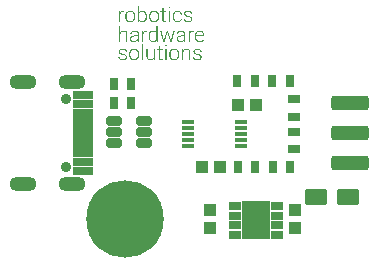
<source format=gts>
G04*
G04 #@! TF.GenerationSoftware,Altium Limited,Altium Designer,24.4.1 (13)*
G04*
G04 Layer_Color=8388736*
%FSLAX25Y25*%
%MOIN*%
G70*
G04*
G04 #@! TF.SameCoordinates,70575355-2F91-4737-89AD-C6C8FBE0A886*
G04*
G04*
G04 #@! TF.FilePolarity,Negative*
G04*
G01*
G75*
G04:AMPARAMS|DCode=27|XSize=47.37mil|YSize=126.11mil|CornerRadius=8.92mil|HoleSize=0mil|Usage=FLASHONLY|Rotation=90.000|XOffset=0mil|YOffset=0mil|HoleType=Round|Shape=RoundedRectangle|*
%AMROUNDEDRECTD27*
21,1,0.04737,0.10827,0,0,90.0*
21,1,0.02953,0.12611,0,0,90.0*
1,1,0.01784,0.05413,0.01476*
1,1,0.01784,0.05413,-0.01476*
1,1,0.01784,-0.05413,-0.01476*
1,1,0.01784,-0.05413,0.01476*
%
%ADD27ROUNDEDRECTD27*%
%ADD28R,0.03162X0.04343*%
G04:AMPARAMS|DCode=29|XSize=55.64mil|YSize=31.23mil|CornerRadius=6.9mil|HoleSize=0mil|Usage=FLASHONLY|Rotation=180.000|XOffset=0mil|YOffset=0mil|HoleType=Round|Shape=RoundedRectangle|*
%AMROUNDEDRECTD29*
21,1,0.05564,0.01742,0,0,180.0*
21,1,0.04183,0.03123,0,0,180.0*
1,1,0.01381,-0.02092,0.00871*
1,1,0.01381,0.02092,0.00871*
1,1,0.01381,0.02092,-0.00871*
1,1,0.01381,-0.02092,-0.00871*
%
%ADD29ROUNDEDRECTD29*%
%ADD30R,0.04343X0.03162*%
%ADD31R,0.03950X0.03950*%
%ADD32R,0.03950X0.03950*%
%ADD33R,0.09500X0.12600*%
%ADD34R,0.04400X0.02800*%
%ADD35R,0.04331X0.01575*%
%ADD36R,0.06509X0.03162*%
%ADD37R,0.06509X0.01981*%
G04:AMPARAMS|DCode=38|XSize=75.32mil|YSize=56.42mil|CornerRadius=10.05mil|HoleSize=0mil|Usage=FLASHONLY|Rotation=180.000|XOffset=0mil|YOffset=0mil|HoleType=Round|Shape=RoundedRectangle|*
%AMROUNDEDRECTD38*
21,1,0.07532,0.03632,0,0,180.0*
21,1,0.05522,0.05642,0,0,180.0*
1,1,0.02011,-0.02761,0.01816*
1,1,0.02011,0.02761,0.01816*
1,1,0.02011,0.02761,-0.01816*
1,1,0.02011,-0.02761,-0.01816*
%
%ADD38ROUNDEDRECTD38*%
%ADD39O,0.09068X0.04934*%
%ADD40C,0.03556*%
%ADD41C,0.25800*%
G36*
X55107Y63827D02*
X55207D01*
Y63793D01*
X55240D01*
Y63760D01*
X55274D01*
Y63694D01*
X55307D01*
Y63461D01*
X55274D01*
Y63394D01*
X55240D01*
Y63361D01*
X55207D01*
Y63328D01*
X55107D01*
Y63295D01*
X54908D01*
Y63328D01*
X54841D01*
Y63361D01*
X54808D01*
Y63394D01*
X54775D01*
Y63461D01*
X54742D01*
Y63694D01*
X54775D01*
Y63760D01*
X54808D01*
Y63793D01*
X54841D01*
Y63827D01*
X54941D01*
Y63860D01*
X55107D01*
Y63827D01*
D02*
G37*
G36*
X39845Y62530D02*
X39945D01*
Y62497D01*
X39979D01*
Y62364D01*
X39945D01*
Y62131D01*
X39845D01*
Y62164D01*
X39513D01*
Y62131D01*
X39347D01*
Y62098D01*
X39247D01*
Y62064D01*
X39180D01*
Y62031D01*
X39114D01*
Y61998D01*
X39081D01*
Y61965D01*
X39014D01*
Y61932D01*
X38981D01*
Y61898D01*
X38948D01*
Y61865D01*
X38915D01*
Y61832D01*
X38881D01*
Y61799D01*
X38848D01*
Y61732D01*
X38815D01*
Y61699D01*
X38781D01*
Y61632D01*
X38748D01*
Y61566D01*
X38715D01*
Y61499D01*
X38682D01*
Y61433D01*
X38649D01*
Y61300D01*
X38615D01*
Y58740D01*
X38216D01*
Y62497D01*
X38615D01*
Y61965D01*
X38682D01*
Y62031D01*
X38715D01*
Y62064D01*
X38748D01*
Y62131D01*
X38781D01*
Y62164D01*
X38815D01*
Y62198D01*
X38848D01*
Y62231D01*
X38881D01*
Y62264D01*
X38915D01*
Y62297D01*
X38948D01*
Y62331D01*
X38981D01*
Y62364D01*
X39048D01*
Y62397D01*
X39081D01*
Y62430D01*
X39147D01*
Y62463D01*
X39247D01*
Y62497D01*
X39347D01*
Y62530D01*
X39480D01*
Y62563D01*
X39845D01*
Y62530D01*
D02*
G37*
G36*
X61525D02*
X61757D01*
Y62497D01*
X61857D01*
Y62463D01*
X61957D01*
Y62430D01*
X62023D01*
Y62397D01*
X62090D01*
Y62364D01*
X62156D01*
Y62331D01*
X62223D01*
Y62297D01*
X62256D01*
Y62264D01*
X62289D01*
Y62231D01*
X62356D01*
Y62198D01*
X62389D01*
Y62164D01*
X62422D01*
Y62131D01*
X62456D01*
Y62064D01*
X62489D01*
Y62031D01*
X62522D01*
Y61998D01*
X62555D01*
Y61932D01*
X62589D01*
Y61865D01*
X62622D01*
Y61765D01*
X62655D01*
Y61599D01*
X62688D01*
Y61433D01*
X62256D01*
Y61632D01*
X62223D01*
Y61699D01*
X62190D01*
Y61765D01*
X62156D01*
Y61832D01*
X62123D01*
Y61865D01*
X62090D01*
Y61898D01*
X62057D01*
Y61932D01*
X62023D01*
Y61965D01*
X61990D01*
Y61998D01*
X61957D01*
Y62031D01*
X61890D01*
Y62064D01*
X61824D01*
Y62098D01*
X61757D01*
Y62131D01*
X61691D01*
Y62164D01*
X61525D01*
Y62198D01*
X61026D01*
Y62164D01*
X60893D01*
Y62131D01*
X60793D01*
Y62098D01*
X60727D01*
Y62064D01*
X60660D01*
Y62031D01*
X60627D01*
Y61998D01*
X60594D01*
Y61965D01*
X60560D01*
Y61932D01*
X60527D01*
Y61898D01*
X60494D01*
Y61865D01*
X60461D01*
Y61799D01*
X60427D01*
Y61732D01*
X60394D01*
Y61366D01*
X60427D01*
Y61266D01*
X60461D01*
Y61233D01*
X60494D01*
Y61200D01*
X60527D01*
Y61133D01*
X60594D01*
Y61100D01*
X60627D01*
Y61067D01*
X60693D01*
Y61034D01*
X60760D01*
Y61001D01*
X60826D01*
Y60967D01*
X60926D01*
Y60934D01*
X61026D01*
Y60901D01*
X61126D01*
Y60868D01*
X61259D01*
Y60834D01*
X61392D01*
Y60801D01*
X61525D01*
Y60768D01*
X61624D01*
Y60734D01*
X61757D01*
Y60701D01*
X61857D01*
Y60668D01*
X61957D01*
Y60635D01*
X62023D01*
Y60602D01*
X62090D01*
Y60568D01*
X62156D01*
Y60535D01*
X62223D01*
Y60502D01*
X62289D01*
Y60469D01*
X62323D01*
Y60435D01*
X62356D01*
Y60402D01*
X62422D01*
Y60369D01*
X62456D01*
Y60335D01*
X62489D01*
Y60302D01*
X62522D01*
Y60236D01*
X62555D01*
Y60202D01*
X62589D01*
Y60136D01*
X62622D01*
Y60070D01*
X62655D01*
Y59970D01*
X62688D01*
Y59438D01*
X62655D01*
Y59338D01*
X62622D01*
Y59272D01*
X62589D01*
Y59205D01*
X62555D01*
Y59139D01*
X62522D01*
Y59105D01*
X62489D01*
Y59072D01*
X62456D01*
Y59039D01*
X62422D01*
Y59005D01*
X62389D01*
Y58972D01*
X62356D01*
Y58939D01*
X62289D01*
Y58906D01*
X62256D01*
Y58872D01*
X62190D01*
Y58839D01*
X62123D01*
Y58806D01*
X62057D01*
Y58773D01*
X61990D01*
Y58740D01*
X61890D01*
Y58706D01*
X61724D01*
Y58673D01*
X61458D01*
Y58640D01*
X61192D01*
Y58673D01*
X60893D01*
Y58706D01*
X60760D01*
Y58740D01*
X60627D01*
Y58773D01*
X60560D01*
Y58806D01*
X60494D01*
Y58839D01*
X60427D01*
Y58872D01*
X60361D01*
Y58906D01*
X60328D01*
Y58939D01*
X60261D01*
Y58972D01*
X60228D01*
Y59005D01*
X60195D01*
Y59039D01*
X60161D01*
Y59072D01*
X60128D01*
Y59105D01*
X60095D01*
Y59139D01*
X60062D01*
Y59172D01*
X60028D01*
Y59205D01*
X59995D01*
Y59272D01*
X59962D01*
Y59305D01*
X59929D01*
Y59404D01*
X59895D01*
Y59471D01*
X59862D01*
Y59637D01*
X59829D01*
Y59770D01*
X60261D01*
Y59637D01*
X60294D01*
Y59538D01*
X60328D01*
Y59471D01*
X60361D01*
Y59404D01*
X60394D01*
Y59371D01*
X60427D01*
Y59305D01*
X60461D01*
Y59272D01*
X60494D01*
Y59238D01*
X60560D01*
Y59205D01*
X60594D01*
Y59172D01*
X60660D01*
Y59139D01*
X60727D01*
Y59105D01*
X60793D01*
Y59072D01*
X60893D01*
Y59039D01*
X61059D01*
Y59005D01*
X61558D01*
Y59039D01*
X61724D01*
Y59072D01*
X61824D01*
Y59105D01*
X61890D01*
Y59139D01*
X61957D01*
Y59172D01*
X61990D01*
Y59205D01*
X62057D01*
Y59238D01*
X62090D01*
Y59272D01*
X62123D01*
Y59305D01*
X62156D01*
Y59338D01*
X62190D01*
Y59404D01*
X62223D01*
Y59471D01*
X62256D01*
Y59571D01*
X62289D01*
Y59803D01*
X62256D01*
Y59903D01*
X62223D01*
Y60003D01*
X62190D01*
Y60036D01*
X62156D01*
Y60070D01*
X62123D01*
Y60103D01*
X62090D01*
Y60136D01*
X62057D01*
Y60169D01*
X62023D01*
Y60202D01*
X61990D01*
Y60236D01*
X61924D01*
Y60269D01*
X61857D01*
Y60302D01*
X61791D01*
Y60335D01*
X61691D01*
Y60369D01*
X61624D01*
Y60402D01*
X61491D01*
Y60435D01*
X61358D01*
Y60469D01*
X61225D01*
Y60502D01*
X61092D01*
Y60535D01*
X60959D01*
Y60568D01*
X60826D01*
Y60602D01*
X60727D01*
Y60635D01*
X60660D01*
Y60668D01*
X60560D01*
Y60701D01*
X60494D01*
Y60734D01*
X60427D01*
Y60768D01*
X60394D01*
Y60801D01*
X60328D01*
Y60834D01*
X60294D01*
Y60868D01*
X60261D01*
Y60901D01*
X60195D01*
Y60934D01*
X60161D01*
Y61001D01*
X60128D01*
Y61034D01*
X60095D01*
Y61067D01*
X60062D01*
Y61133D01*
X60028D01*
Y61233D01*
X59995D01*
Y61333D01*
X59962D01*
Y61699D01*
X59995D01*
Y61832D01*
X60028D01*
Y61932D01*
X60062D01*
Y61965D01*
X60095D01*
Y62031D01*
X60128D01*
Y62064D01*
X60161D01*
Y62131D01*
X60195D01*
Y62164D01*
X60228D01*
Y62198D01*
X60261D01*
Y62231D01*
X60294D01*
Y62264D01*
X60361D01*
Y62297D01*
X60394D01*
Y62331D01*
X60461D01*
Y62364D01*
X60494D01*
Y62397D01*
X60560D01*
Y62430D01*
X60660D01*
Y62463D01*
X60760D01*
Y62497D01*
X60860D01*
Y62530D01*
X61059D01*
Y62563D01*
X61525D01*
Y62530D01*
D02*
G37*
G36*
X57967D02*
X58166D01*
Y62497D01*
X58266D01*
Y62463D01*
X58366D01*
Y62430D01*
X58432D01*
Y62397D01*
X58499D01*
Y62364D01*
X58565D01*
Y62331D01*
X58599D01*
Y62297D01*
X58665D01*
Y62264D01*
X58698D01*
Y62231D01*
X58732D01*
Y62198D01*
X58765D01*
Y62164D01*
X58798D01*
Y62131D01*
X58831D01*
Y62098D01*
X58865D01*
Y62064D01*
X58898D01*
Y62031D01*
X58931D01*
Y61998D01*
X58964D01*
Y61932D01*
X58998D01*
Y61898D01*
X59031D01*
Y61832D01*
X59064D01*
Y61765D01*
X59097D01*
Y61665D01*
X59131D01*
Y61566D01*
X59164D01*
Y61400D01*
X59197D01*
Y61233D01*
X58798D01*
Y61333D01*
X58765D01*
Y61499D01*
X58732D01*
Y61599D01*
X58698D01*
Y61665D01*
X58665D01*
Y61732D01*
X58632D01*
Y61765D01*
X58599D01*
Y61832D01*
X58565D01*
Y61865D01*
X58532D01*
Y61898D01*
X58499D01*
Y61932D01*
X58466D01*
Y61965D01*
X58432D01*
Y61998D01*
X58366D01*
Y62031D01*
X58333D01*
Y62064D01*
X58266D01*
Y62098D01*
X58200D01*
Y62131D01*
X58100D01*
Y62164D01*
X57967D01*
Y62198D01*
X57501D01*
Y62164D01*
X57368D01*
Y62131D01*
X57269D01*
Y62098D01*
X57202D01*
Y62064D01*
X57136D01*
Y62031D01*
X57102D01*
Y61998D01*
X57069D01*
Y61965D01*
X57003D01*
Y61932D01*
X56969D01*
Y61898D01*
X56936D01*
Y61865D01*
X56903D01*
Y61799D01*
X56870D01*
Y61765D01*
X56836D01*
Y61732D01*
X56803D01*
Y61665D01*
X56770D01*
Y61599D01*
X56737D01*
Y61532D01*
X56703D01*
Y61466D01*
X56670D01*
Y61366D01*
X56637D01*
Y61233D01*
X56604D01*
Y61067D01*
X56570D01*
Y60136D01*
X56604D01*
Y59970D01*
X56637D01*
Y59837D01*
X56670D01*
Y59737D01*
X56703D01*
Y59671D01*
X56737D01*
Y59604D01*
X56770D01*
Y59538D01*
X56803D01*
Y59471D01*
X56836D01*
Y59438D01*
X56870D01*
Y59404D01*
X56903D01*
Y59338D01*
X56936D01*
Y59305D01*
X56969D01*
Y59272D01*
X57003D01*
Y59238D01*
X57069D01*
Y59205D01*
X57102D01*
Y59172D01*
X57169D01*
Y59139D01*
X57202D01*
Y59105D01*
X57302D01*
Y59072D01*
X57402D01*
Y59039D01*
X57535D01*
Y59005D01*
X57967D01*
Y59039D01*
X58100D01*
Y59072D01*
X58200D01*
Y59105D01*
X58266D01*
Y59139D01*
X58333D01*
Y59172D01*
X58399D01*
Y59205D01*
X58432D01*
Y59238D01*
X58499D01*
Y59272D01*
X58532D01*
Y59305D01*
X58565D01*
Y59338D01*
X58599D01*
Y59404D01*
X58632D01*
Y59438D01*
X58665D01*
Y59504D01*
X58698D01*
Y59538D01*
X58732D01*
Y59637D01*
X58765D01*
Y59770D01*
X58798D01*
Y59870D01*
X58831D01*
Y59903D01*
X59164D01*
Y59870D01*
X59197D01*
Y59704D01*
X59164D01*
Y59571D01*
X59131D01*
Y59504D01*
X59097D01*
Y59404D01*
X59064D01*
Y59371D01*
X59031D01*
Y59305D01*
X58998D01*
Y59238D01*
X58964D01*
Y59205D01*
X58931D01*
Y59172D01*
X58898D01*
Y59139D01*
X58865D01*
Y59105D01*
X58831D01*
Y59072D01*
X58798D01*
Y59039D01*
X58765D01*
Y59005D01*
X58732D01*
Y58972D01*
X58698D01*
Y58939D01*
X58632D01*
Y58906D01*
X58599D01*
Y58872D01*
X58532D01*
Y58839D01*
X58466D01*
Y58806D01*
X58399D01*
Y58773D01*
X58333D01*
Y58740D01*
X58233D01*
Y58706D01*
X58100D01*
Y58673D01*
X57867D01*
Y58640D01*
X57634D01*
Y58673D01*
X57368D01*
Y58706D01*
X57235D01*
Y58740D01*
X57136D01*
Y58773D01*
X57069D01*
Y58806D01*
X57003D01*
Y58839D01*
X56936D01*
Y58872D01*
X56870D01*
Y58906D01*
X56836D01*
Y58939D01*
X56803D01*
Y58972D01*
X56737D01*
Y59005D01*
X56703D01*
Y59039D01*
X56670D01*
Y59072D01*
X56637D01*
Y59105D01*
X56604D01*
Y59139D01*
X56570D01*
Y59205D01*
X56537D01*
Y59238D01*
X56504D01*
Y59272D01*
X56471D01*
Y59338D01*
X56437D01*
Y59371D01*
X56404D01*
Y59438D01*
X56371D01*
Y59504D01*
X56338D01*
Y59571D01*
X56304D01*
Y59671D01*
X56271D01*
Y59737D01*
X56238D01*
Y59870D01*
X56205D01*
Y60003D01*
X56171D01*
Y60236D01*
X56138D01*
Y60967D01*
X56171D01*
Y61200D01*
X56205D01*
Y61333D01*
X56238D01*
Y61466D01*
X56271D01*
Y61566D01*
X56304D01*
Y61632D01*
X56338D01*
Y61699D01*
X56371D01*
Y61765D01*
X56404D01*
Y61832D01*
X56437D01*
Y61898D01*
X56471D01*
Y61932D01*
X56504D01*
Y61965D01*
X56537D01*
Y62031D01*
X56570D01*
Y62064D01*
X56604D01*
Y62098D01*
X56637D01*
Y62131D01*
X56670D01*
Y62164D01*
X56703D01*
Y62198D01*
X56737D01*
Y62231D01*
X56770D01*
Y62264D01*
X56836D01*
Y62297D01*
X56870D01*
Y62331D01*
X56936D01*
Y62364D01*
X57003D01*
Y62397D01*
X57069D01*
Y62430D01*
X57136D01*
Y62463D01*
X57235D01*
Y62497D01*
X57335D01*
Y62530D01*
X57535D01*
Y62563D01*
X57967D01*
Y62530D01*
D02*
G37*
G36*
X55207Y62463D02*
X55240D01*
Y58740D01*
X54808D01*
Y62497D01*
X55207D01*
Y62463D01*
D02*
G37*
G36*
X53112Y62497D02*
X53877D01*
Y62463D01*
X53910D01*
Y62164D01*
X53146D01*
Y62131D01*
X53112D01*
Y59471D01*
X53146D01*
Y59305D01*
X53179D01*
Y59238D01*
X53212D01*
Y59172D01*
X53245D01*
Y59139D01*
X53279D01*
Y59105D01*
X53312D01*
Y59072D01*
X53378D01*
Y59039D01*
X53511D01*
Y59005D01*
X53711D01*
Y59039D01*
X53944D01*
Y58806D01*
X53977D01*
Y58706D01*
X53877D01*
Y58673D01*
X53644D01*
Y58640D01*
X53412D01*
Y58673D01*
X53212D01*
Y58706D01*
X53112D01*
Y58740D01*
X53079D01*
Y58773D01*
X53013D01*
Y58806D01*
X52979D01*
Y58839D01*
X52946D01*
Y58872D01*
X52913D01*
Y58906D01*
X52880D01*
Y58939D01*
X52846D01*
Y59005D01*
X52813D01*
Y59072D01*
X52780D01*
Y59139D01*
X52747D01*
Y59272D01*
X52713D01*
Y62098D01*
X52680D01*
Y62164D01*
X52015D01*
Y62497D01*
X52680D01*
Y62530D01*
X52713D01*
Y63461D01*
X53112D01*
Y62497D01*
D02*
G37*
G36*
X50153Y62530D02*
X50353D01*
Y62497D01*
X50452D01*
Y62463D01*
X50552D01*
Y62430D01*
X50652D01*
Y62397D01*
X50718D01*
Y62364D01*
X50752D01*
Y62331D01*
X50818D01*
Y62297D01*
X50885D01*
Y62264D01*
X50918D01*
Y62231D01*
X50951D01*
Y62198D01*
X50984D01*
Y62164D01*
X51051D01*
Y62131D01*
X51084D01*
Y62098D01*
X51117D01*
Y62031D01*
X51151D01*
Y61998D01*
X51184D01*
Y61965D01*
X51217D01*
Y61932D01*
X51250D01*
Y61865D01*
X51284D01*
Y61832D01*
X51317D01*
Y61765D01*
X51350D01*
Y61732D01*
X51383D01*
Y61665D01*
X51417D01*
Y61599D01*
X51450D01*
Y61499D01*
X51483D01*
Y61400D01*
X51516D01*
Y61300D01*
X51550D01*
Y61133D01*
X51583D01*
Y60901D01*
X51616D01*
Y60269D01*
X51583D01*
Y60070D01*
X51550D01*
Y59903D01*
X51516D01*
Y59803D01*
X51483D01*
Y59704D01*
X51450D01*
Y59637D01*
X51417D01*
Y59571D01*
X51383D01*
Y59504D01*
X51350D01*
Y59438D01*
X51317D01*
Y59371D01*
X51284D01*
Y59338D01*
X51250D01*
Y59272D01*
X51217D01*
Y59238D01*
X51184D01*
Y59205D01*
X51151D01*
Y59172D01*
X51117D01*
Y59105D01*
X51084D01*
Y59072D01*
X51018D01*
Y59039D01*
X50984D01*
Y59005D01*
X50951D01*
Y58972D01*
X50918D01*
Y58939D01*
X50851D01*
Y58906D01*
X50818D01*
Y58872D01*
X50752D01*
Y58839D01*
X50685D01*
Y58806D01*
X50619D01*
Y58773D01*
X50552D01*
Y58740D01*
X50452D01*
Y58706D01*
X50319D01*
Y58673D01*
X50053D01*
Y58640D01*
X49821D01*
Y58673D01*
X49555D01*
Y58706D01*
X49422D01*
Y58740D01*
X49322D01*
Y58773D01*
X49255D01*
Y58806D01*
X49189D01*
Y58839D01*
X49122D01*
Y58872D01*
X49056D01*
Y58906D01*
X49023D01*
Y58939D01*
X48956D01*
Y58972D01*
X48923D01*
Y59005D01*
X48890D01*
Y59039D01*
X48823D01*
Y59072D01*
X48790D01*
Y59105D01*
X48757D01*
Y59139D01*
X48723D01*
Y59205D01*
X48690D01*
Y59238D01*
X48657D01*
Y59272D01*
X48624D01*
Y59305D01*
X48590D01*
Y59371D01*
X48557D01*
Y59404D01*
X48524D01*
Y59471D01*
X48491D01*
Y59538D01*
X48457D01*
Y59604D01*
X48424D01*
Y59671D01*
X48391D01*
Y59770D01*
X48358D01*
Y59870D01*
X48324D01*
Y60003D01*
X48291D01*
Y60202D01*
X48258D01*
Y60934D01*
Y60967D01*
Y61001D01*
X48291D01*
Y61200D01*
X48324D01*
Y61333D01*
X48358D01*
Y61433D01*
X48391D01*
Y61532D01*
X48424D01*
Y61599D01*
X48457D01*
Y61665D01*
X48491D01*
Y61732D01*
X48524D01*
Y61799D01*
X48557D01*
Y61832D01*
X48590D01*
Y61898D01*
X48624D01*
Y61932D01*
X48657D01*
Y61965D01*
X48690D01*
Y62031D01*
X48723D01*
Y62064D01*
X48757D01*
Y62098D01*
X48790D01*
Y62131D01*
X48823D01*
Y62164D01*
X48856D01*
Y62198D01*
X48923D01*
Y62231D01*
X48956D01*
Y62264D01*
X48989D01*
Y62297D01*
X49056D01*
Y62331D01*
X49089D01*
Y62364D01*
X49156D01*
Y62397D01*
X49222D01*
Y62430D01*
X49322D01*
Y62463D01*
X49422D01*
Y62497D01*
X49521D01*
Y62530D01*
X49721D01*
Y62563D01*
X50153D01*
Y62530D01*
D02*
G37*
G36*
X44933Y61998D02*
X44999D01*
Y62064D01*
X45033D01*
Y62098D01*
X45066D01*
Y62131D01*
X45099D01*
Y62164D01*
X45132D01*
Y62198D01*
X45166D01*
Y62231D01*
X45199D01*
Y62264D01*
X45232D01*
Y62297D01*
X45299D01*
Y62331D01*
X45332D01*
Y62364D01*
X45398D01*
Y62397D01*
X45465D01*
Y62430D01*
X45531D01*
Y62463D01*
X45598D01*
Y62497D01*
X45731D01*
Y62530D01*
X45897D01*
Y62563D01*
X46329D01*
Y62530D01*
X46496D01*
Y62497D01*
X46595D01*
Y62463D01*
X46695D01*
Y62430D01*
X46762D01*
Y62397D01*
X46828D01*
Y62364D01*
X46861D01*
Y62331D01*
X46928D01*
Y62297D01*
X46961D01*
Y62264D01*
X46994D01*
Y62231D01*
X47028D01*
Y62198D01*
X47061D01*
Y62164D01*
X47094D01*
Y62131D01*
X47127D01*
Y62098D01*
X47161D01*
Y62031D01*
X47194D01*
Y61998D01*
X47227D01*
Y61965D01*
X47260D01*
Y61898D01*
X47294D01*
Y61832D01*
X47327D01*
Y61765D01*
X47360D01*
Y61699D01*
X47393D01*
Y61599D01*
X47427D01*
Y61499D01*
X47460D01*
Y61400D01*
X47493D01*
Y61233D01*
X47526D01*
Y61001D01*
X47560D01*
Y60202D01*
X47526D01*
Y59970D01*
X47493D01*
Y59803D01*
X47460D01*
Y59704D01*
X47427D01*
Y59671D01*
Y59637D01*
Y59604D01*
X47393D01*
Y59504D01*
X47360D01*
Y59438D01*
X47327D01*
Y59371D01*
X47294D01*
Y59338D01*
X47260D01*
Y59272D01*
X47227D01*
Y59205D01*
X47194D01*
Y59172D01*
X47161D01*
Y59139D01*
X47127D01*
Y59105D01*
X47094D01*
Y59039D01*
X47061D01*
Y59005D01*
X47028D01*
Y58972D01*
X46994D01*
Y58939D01*
X46928D01*
Y58906D01*
X46895D01*
Y58872D01*
X46861D01*
Y58839D01*
X46795D01*
Y58806D01*
X46728D01*
Y58773D01*
X46662D01*
Y58740D01*
X46562D01*
Y58706D01*
X46462D01*
Y58673D01*
X46230D01*
Y58640D01*
X45997D01*
Y58673D01*
X45764D01*
Y58706D01*
X45631D01*
Y58740D01*
X45531D01*
Y58773D01*
X45465D01*
Y58806D01*
X45398D01*
Y58839D01*
X45332D01*
Y58872D01*
X45265D01*
Y58906D01*
X45232D01*
Y58939D01*
X45199D01*
Y58972D01*
X45166D01*
Y59005D01*
X45099D01*
Y59039D01*
X45066D01*
Y59105D01*
X45033D01*
Y59139D01*
X44999D01*
Y59172D01*
X44966D01*
Y59205D01*
X44933D01*
Y58740D01*
X44534D01*
Y64060D01*
X44933D01*
Y61998D01*
D02*
G37*
G36*
X42206Y62530D02*
X42406D01*
Y62497D01*
X42539D01*
Y62463D01*
X42638D01*
Y62430D01*
X42705D01*
Y62397D01*
X42772D01*
Y62364D01*
X42838D01*
Y62331D01*
X42871D01*
Y62297D01*
X42938D01*
Y62264D01*
X42971D01*
Y62231D01*
X43004D01*
Y62198D01*
X43071D01*
Y62164D01*
X43104D01*
Y62131D01*
X43137D01*
Y62098D01*
X43170D01*
Y62064D01*
X43204D01*
Y62031D01*
X43237D01*
Y61965D01*
X43270D01*
Y61932D01*
X43304D01*
Y61898D01*
X43337D01*
Y61832D01*
X43370D01*
Y61799D01*
X43403D01*
Y61732D01*
X43437D01*
Y61665D01*
X43470D01*
Y61599D01*
X43503D01*
Y61532D01*
X43536D01*
Y61433D01*
X43569D01*
Y61333D01*
X43603D01*
Y61200D01*
X43636D01*
Y61100D01*
Y61067D01*
Y61001D01*
X43669D01*
Y60202D01*
X43636D01*
Y60003D01*
X43603D01*
Y59870D01*
X43569D01*
Y59770D01*
X43536D01*
Y59704D01*
X43503D01*
Y59604D01*
X43470D01*
Y59538D01*
X43437D01*
Y59471D01*
X43403D01*
Y59404D01*
X43370D01*
Y59371D01*
X43337D01*
Y59305D01*
X43304D01*
Y59272D01*
X43270D01*
Y59238D01*
X43237D01*
Y59172D01*
X43204D01*
Y59139D01*
X43170D01*
Y59105D01*
X43137D01*
Y59072D01*
X43104D01*
Y59039D01*
X43071D01*
Y59005D01*
X43004D01*
Y58972D01*
X42971D01*
Y58939D01*
X42938D01*
Y58906D01*
X42871D01*
Y58872D01*
X42805D01*
Y58839D01*
X42738D01*
Y58806D01*
X42672D01*
Y58773D01*
X42605D01*
Y58740D01*
X42505D01*
Y58706D01*
X42373D01*
Y58673D01*
X42107D01*
Y58640D01*
X41874D01*
Y58673D01*
X41608D01*
Y58706D01*
X41475D01*
Y58740D01*
X41375D01*
Y58773D01*
X41309D01*
Y58806D01*
X41242D01*
Y58839D01*
X41175D01*
Y58872D01*
X41109D01*
Y58906D01*
X41076D01*
Y58939D01*
X41009D01*
Y58972D01*
X40976D01*
Y59005D01*
X40943D01*
Y59039D01*
X40910D01*
Y59072D01*
X40876D01*
Y59105D01*
X40843D01*
Y59139D01*
X40810D01*
Y59172D01*
X40777D01*
Y59205D01*
X40743D01*
Y59238D01*
X40710D01*
Y59272D01*
X40677D01*
Y59338D01*
X40644D01*
Y59371D01*
X40610D01*
Y59438D01*
X40577D01*
Y59504D01*
X40544D01*
Y59538D01*
X40511D01*
Y59637D01*
X40477D01*
Y59704D01*
X40444D01*
Y59803D01*
X40411D01*
Y59903D01*
X40378D01*
Y60036D01*
X40344D01*
Y60269D01*
X40311D01*
Y60934D01*
X40344D01*
Y61167D01*
X40378D01*
Y61300D01*
X40411D01*
Y61400D01*
X40444D01*
Y61499D01*
X40477D01*
Y61566D01*
X40511D01*
Y61665D01*
X40544D01*
Y61699D01*
X40577D01*
Y61765D01*
X40610D01*
Y61832D01*
X40644D01*
Y61865D01*
X40677D01*
Y61932D01*
X40710D01*
Y61965D01*
X40743D01*
Y61998D01*
X40777D01*
Y62031D01*
X40810D01*
Y62064D01*
X40843D01*
Y62098D01*
X40876D01*
Y62131D01*
X40910D01*
Y62164D01*
X40943D01*
Y62198D01*
X40976D01*
Y62231D01*
X41009D01*
Y62264D01*
X41076D01*
Y62297D01*
X41109D01*
Y62331D01*
X41175D01*
Y62364D01*
X41242D01*
Y62397D01*
X41309D01*
Y62430D01*
X41375D01*
Y62463D01*
X41475D01*
Y62497D01*
X41574D01*
Y62530D01*
X41774D01*
Y62563D01*
X42206D01*
Y62530D01*
D02*
G37*
G36*
X51117Y55381D02*
Y55348D01*
Y52089D01*
X50752D01*
Y52355D01*
X50718D01*
Y52555D01*
X50685D01*
Y52522D01*
X50652D01*
Y52455D01*
X50619D01*
Y52422D01*
X50585D01*
Y52389D01*
X50552D01*
Y52355D01*
X50519D01*
Y52322D01*
X50452D01*
Y52289D01*
X50419D01*
Y52256D01*
X50386D01*
Y52223D01*
X50319D01*
Y52189D01*
X50253D01*
Y52156D01*
X50186D01*
Y52123D01*
X50087D01*
Y52089D01*
X49987D01*
Y52056D01*
X49821D01*
Y52023D01*
X49322D01*
Y52056D01*
X49156D01*
Y52089D01*
X49056D01*
Y52123D01*
X48989D01*
Y52156D01*
X48923D01*
Y52189D01*
X48856D01*
Y52223D01*
X48823D01*
Y52256D01*
X48757D01*
Y52289D01*
X48723D01*
Y52322D01*
X48690D01*
Y52355D01*
X48657D01*
Y52389D01*
X48624D01*
Y52422D01*
X48590D01*
Y52455D01*
X48557D01*
Y52488D01*
X48524D01*
Y52522D01*
X48491D01*
Y52588D01*
X48457D01*
Y52622D01*
X48424D01*
Y52688D01*
X48391D01*
Y52754D01*
X48358D01*
Y52788D01*
X48324D01*
Y52854D01*
X48291D01*
Y52954D01*
X48258D01*
Y53021D01*
X48225D01*
Y53153D01*
X48191D01*
Y53253D01*
X48158D01*
Y53453D01*
X48125D01*
Y53785D01*
X48092D01*
Y54151D01*
X48125D01*
Y54517D01*
X48158D01*
Y54683D01*
X48191D01*
Y54816D01*
X48225D01*
Y54916D01*
X48258D01*
Y55015D01*
X48291D01*
Y55082D01*
X48324D01*
Y55149D01*
X48358D01*
Y55215D01*
X48391D01*
Y55282D01*
X48424D01*
Y55315D01*
X48457D01*
Y55381D01*
X48491D01*
Y55414D01*
X48524D01*
Y55481D01*
X48557D01*
Y55514D01*
X48590D01*
Y55547D01*
X48624D01*
Y55581D01*
X48657D01*
Y55614D01*
X48690D01*
Y55647D01*
X48757D01*
Y55681D01*
X48790D01*
Y55714D01*
X48823D01*
Y55747D01*
X48890D01*
Y55780D01*
X48956D01*
Y55813D01*
X49023D01*
Y55847D01*
X49122D01*
Y55880D01*
X49255D01*
Y55913D01*
X49887D01*
Y55880D01*
X50020D01*
Y55847D01*
X50120D01*
Y55813D01*
X50186D01*
Y55780D01*
X50253D01*
Y55747D01*
X50319D01*
Y55714D01*
X50353D01*
Y55681D01*
X50419D01*
Y55647D01*
X50452D01*
Y55614D01*
X50486D01*
Y55581D01*
X50519D01*
Y55547D01*
X50552D01*
Y55514D01*
X50585D01*
Y55481D01*
X50619D01*
Y55448D01*
X50652D01*
Y55414D01*
X50685D01*
Y55348D01*
X50718D01*
Y57443D01*
X51117D01*
Y55381D01*
D02*
G37*
G36*
X63154Y55880D02*
X63187D01*
Y55681D01*
X63154D01*
Y55514D01*
X62622D01*
Y55481D01*
X62489D01*
Y55448D01*
X62422D01*
Y55414D01*
X62356D01*
Y55381D01*
X62289D01*
Y55348D01*
X62256D01*
Y55315D01*
X62223D01*
Y55282D01*
X62190D01*
Y55248D01*
X62123D01*
Y55182D01*
X62090D01*
Y55149D01*
X62057D01*
Y55115D01*
X62023D01*
Y55049D01*
X61990D01*
Y55015D01*
X61957D01*
Y54949D01*
X61924D01*
Y54882D01*
X61890D01*
Y54783D01*
X61857D01*
Y54683D01*
X61824D01*
Y52089D01*
X61425D01*
Y55847D01*
X61824D01*
Y55315D01*
X61857D01*
Y55348D01*
X61890D01*
Y55381D01*
X61924D01*
Y55448D01*
X61957D01*
Y55481D01*
X61990D01*
Y55514D01*
X62023D01*
Y55581D01*
X62057D01*
Y55614D01*
X62090D01*
Y55647D01*
X62123D01*
Y55681D01*
X62190D01*
Y55714D01*
X62223D01*
Y55747D01*
X62289D01*
Y55780D01*
X62323D01*
Y55813D01*
X62389D01*
Y55847D01*
X62489D01*
Y55880D01*
X62589D01*
Y55913D01*
X63154D01*
Y55880D01*
D02*
G37*
G36*
X47659D02*
X47693D01*
Y55514D01*
X47127D01*
Y55481D01*
X47028D01*
Y55448D01*
X46928D01*
Y55414D01*
X46861D01*
Y55381D01*
X46828D01*
Y55348D01*
X46762D01*
Y55315D01*
X46728D01*
Y55282D01*
X46695D01*
Y55248D01*
X46662D01*
Y55215D01*
X46629D01*
Y55182D01*
X46595D01*
Y55149D01*
X46562D01*
Y55082D01*
X46529D01*
Y55049D01*
X46496D01*
Y54982D01*
X46462D01*
Y54916D01*
X46429D01*
Y54849D01*
X46396D01*
Y54750D01*
X46363D01*
Y52089D01*
X45930D01*
Y53586D01*
Y53619D01*
Y55847D01*
X46363D01*
Y55315D01*
X46396D01*
Y55381D01*
X46429D01*
Y55414D01*
X46462D01*
Y55481D01*
X46496D01*
Y55514D01*
X46529D01*
Y55547D01*
X46562D01*
Y55581D01*
X46595D01*
Y55614D01*
X46629D01*
Y55647D01*
X46662D01*
Y55681D01*
X46695D01*
Y55714D01*
X46728D01*
Y55747D01*
X46795D01*
Y55780D01*
X46861D01*
Y55813D01*
X46928D01*
Y55847D01*
X46994D01*
Y55880D01*
X47127D01*
Y55913D01*
X47659D01*
Y55880D01*
D02*
G37*
G36*
X56803Y55747D02*
X56770D01*
Y55647D01*
X56737D01*
Y55547D01*
X56703D01*
Y55414D01*
X56670D01*
Y55315D01*
X56637D01*
Y55182D01*
X56604D01*
Y55082D01*
X56570D01*
Y54949D01*
X56537D01*
Y54849D01*
X56504D01*
Y54750D01*
X56471D01*
Y54616D01*
X56437D01*
Y54517D01*
X56404D01*
Y54384D01*
X56371D01*
Y54284D01*
X56338D01*
Y54151D01*
X56304D01*
Y54051D01*
X56271D01*
Y53918D01*
X56238D01*
Y53818D01*
X56205D01*
Y53685D01*
X56171D01*
Y53586D01*
X56138D01*
Y53486D01*
X56105D01*
Y53353D01*
X56072D01*
Y53253D01*
X56038D01*
Y53120D01*
X56005D01*
Y53021D01*
X55972D01*
Y52921D01*
X55939D01*
Y52788D01*
X55905D01*
Y52688D01*
X55872D01*
Y52555D01*
X55839D01*
Y52455D01*
X55806D01*
Y52322D01*
X55772D01*
Y52223D01*
X55739D01*
Y52123D01*
X55706D01*
Y52089D01*
X55373D01*
Y52123D01*
X55340D01*
Y52189D01*
X55307D01*
Y52322D01*
X55274D01*
Y52422D01*
X55240D01*
Y52522D01*
X55207D01*
Y52622D01*
X55174D01*
Y52721D01*
X55141D01*
Y52821D01*
X55107D01*
Y52921D01*
X55074D01*
Y53021D01*
X55041D01*
Y53120D01*
X55008D01*
Y53220D01*
X54974D01*
Y53320D01*
X54941D01*
Y53419D01*
X54908D01*
Y53552D01*
X54875D01*
Y53652D01*
X54841D01*
Y53752D01*
X54808D01*
Y53852D01*
X54775D01*
Y53951D01*
X54742D01*
Y54051D01*
X54708D01*
Y54151D01*
X54675D01*
Y54251D01*
X54642D01*
Y54351D01*
X54609D01*
Y54450D01*
X54575D01*
Y54550D01*
X54542D01*
Y54650D01*
X54509D01*
Y54783D01*
X54476D01*
Y54882D01*
X54442D01*
Y54982D01*
X54409D01*
Y55082D01*
X54376D01*
Y55215D01*
X54343D01*
Y55182D01*
X54309D01*
Y55015D01*
X54276D01*
Y54916D01*
X54243D01*
Y54816D01*
X54210D01*
Y54716D01*
X54176D01*
Y54616D01*
X54143D01*
Y54517D01*
X54110D01*
Y54417D01*
X54077D01*
Y54284D01*
X54043D01*
Y54184D01*
X54010D01*
Y54084D01*
X53977D01*
Y53985D01*
X53944D01*
Y53885D01*
X53910D01*
Y53785D01*
X53877D01*
Y53685D01*
X53844D01*
Y53586D01*
X53811D01*
Y53453D01*
X53777D01*
Y53353D01*
X53744D01*
Y53320D01*
Y53286D01*
Y53253D01*
X53711D01*
Y53153D01*
X53678D01*
Y53054D01*
X53644D01*
Y52954D01*
X53611D01*
Y52854D01*
X53578D01*
Y52721D01*
X53545D01*
Y52622D01*
X53511D01*
Y52522D01*
X53478D01*
Y52422D01*
X53445D01*
Y52322D01*
X53412D01*
Y52223D01*
X53378D01*
Y52123D01*
X53345D01*
Y52089D01*
X53013D01*
Y52123D01*
X52979D01*
Y52223D01*
X52946D01*
Y52322D01*
X52913D01*
Y52455D01*
X52880D01*
Y52555D01*
X52846D01*
Y52655D01*
X52813D01*
Y52788D01*
X52780D01*
Y52887D01*
X52747D01*
Y53021D01*
X52713D01*
Y53120D01*
X52680D01*
Y53253D01*
X52647D01*
Y53353D01*
X52614D01*
Y53486D01*
X52580D01*
Y53586D01*
X52547D01*
Y53685D01*
X52514D01*
Y53818D01*
X52481D01*
Y53918D01*
X52447D01*
Y54051D01*
X52414D01*
Y54151D01*
X52381D01*
Y54284D01*
X52348D01*
Y54384D01*
X52314D01*
Y54517D01*
X52281D01*
Y54616D01*
X52248D01*
Y54750D01*
X52215D01*
Y54849D01*
X52181D01*
Y54949D01*
X52148D01*
Y55082D01*
X52115D01*
Y55182D01*
X52082D01*
Y55315D01*
X52048D01*
Y55414D01*
X52015D01*
Y55547D01*
X51982D01*
Y55647D01*
X51949D01*
Y55780D01*
X51915D01*
Y55847D01*
X52348D01*
Y55747D01*
X52381D01*
Y55647D01*
X52414D01*
Y55514D01*
X52447D01*
Y55381D01*
X52481D01*
Y55282D01*
X52514D01*
Y55149D01*
X52547D01*
Y55049D01*
X52580D01*
Y54916D01*
X52614D01*
Y54783D01*
X52647D01*
Y54683D01*
X52680D01*
Y54550D01*
X52713D01*
Y54417D01*
X52747D01*
Y54317D01*
X52780D01*
Y54184D01*
X52813D01*
Y54051D01*
X52846D01*
Y53951D01*
X52880D01*
Y53818D01*
X52913D01*
Y53685D01*
X52946D01*
Y53586D01*
X52979D01*
Y53453D01*
X53013D01*
Y53353D01*
X53046D01*
Y53220D01*
X53079D01*
Y53087D01*
X53112D01*
Y52987D01*
X53146D01*
Y52788D01*
X53179D01*
Y52688D01*
X53212D01*
Y52788D01*
X53245D01*
Y52921D01*
X53279D01*
Y53021D01*
X53312D01*
Y53153D01*
X53345D01*
Y53253D01*
X53378D01*
Y53353D01*
X53412D01*
Y53453D01*
X53445D01*
Y53552D01*
X53478D01*
Y53652D01*
X53511D01*
Y53785D01*
X53545D01*
Y53885D01*
X53578D01*
Y53985D01*
X53611D01*
Y54084D01*
X53644D01*
Y54184D01*
X53678D01*
Y54317D01*
X53711D01*
Y54417D01*
X53744D01*
Y54517D01*
X53777D01*
Y54616D01*
X53811D01*
Y54716D01*
X53844D01*
Y54849D01*
X53877D01*
Y54949D01*
X53910D01*
Y55049D01*
X53944D01*
Y55149D01*
X53977D01*
Y55248D01*
X54010D01*
Y55381D01*
X54043D01*
Y55481D01*
X54077D01*
Y55581D01*
X54110D01*
Y55681D01*
X54143D01*
Y55780D01*
X54176D01*
Y55847D01*
X54542D01*
Y55780D01*
X54575D01*
Y55681D01*
X54609D01*
Y55581D01*
X54642D01*
Y55481D01*
X54675D01*
Y55381D01*
X54708D01*
Y55248D01*
X54742D01*
Y55149D01*
X54775D01*
Y55049D01*
X54808D01*
Y54949D01*
X54841D01*
Y54849D01*
X54875D01*
Y54716D01*
X54908D01*
Y54616D01*
X54941D01*
Y54517D01*
X54974D01*
Y54417D01*
X55008D01*
Y54317D01*
X55041D01*
Y54184D01*
X55074D01*
Y54084D01*
X55107D01*
Y53985D01*
X55141D01*
Y53885D01*
X55174D01*
Y53785D01*
X55207D01*
Y53652D01*
X55240D01*
Y53552D01*
X55274D01*
Y53453D01*
X55307D01*
Y53353D01*
X55340D01*
Y53253D01*
X55373D01*
Y53120D01*
X55407D01*
Y53021D01*
X55440D01*
Y52887D01*
X55473D01*
Y52754D01*
X55506D01*
Y52655D01*
X55540D01*
Y52721D01*
X55573D01*
Y52887D01*
X55606D01*
Y53021D01*
X55639D01*
Y53153D01*
X55673D01*
Y53286D01*
X55706D01*
Y53386D01*
X55739D01*
Y53519D01*
X55772D01*
Y53652D01*
X55806D01*
Y53785D01*
X55839D01*
Y53885D01*
X55872D01*
Y54018D01*
X55905D01*
Y54151D01*
X55939D01*
Y54284D01*
X55972D01*
Y54384D01*
X56005D01*
Y54517D01*
X56038D01*
Y54650D01*
X56072D01*
Y54783D01*
X56105D01*
Y54882D01*
X56138D01*
Y55015D01*
X56171D01*
Y55149D01*
X56205D01*
Y55248D01*
X56238D01*
Y55381D01*
X56271D01*
Y55514D01*
X56304D01*
Y55647D01*
X56338D01*
Y55780D01*
X56371D01*
Y55847D01*
X56803D01*
Y55747D01*
D02*
G37*
G36*
X59330Y55880D02*
X59463D01*
Y55847D01*
X59563D01*
Y55813D01*
X59663D01*
Y55780D01*
X59729D01*
Y55747D01*
X59762D01*
Y55714D01*
X59829D01*
Y55681D01*
X59862D01*
Y55647D01*
X59929D01*
Y55614D01*
X59962D01*
Y55581D01*
X59995D01*
Y55547D01*
X60028D01*
Y55514D01*
X60062D01*
Y55481D01*
X60095D01*
Y55414D01*
X60128D01*
Y55381D01*
X60161D01*
Y55315D01*
X60195D01*
Y55248D01*
X60228D01*
Y55149D01*
X60261D01*
Y55049D01*
X60294D01*
Y54783D01*
X60328D01*
Y52455D01*
X60361D01*
Y52289D01*
X60394D01*
Y52189D01*
X60427D01*
Y52089D01*
X59995D01*
Y52123D01*
X59962D01*
Y52223D01*
X59929D01*
Y52455D01*
X59895D01*
Y52588D01*
X59862D01*
Y52555D01*
X59829D01*
Y52522D01*
X59796D01*
Y52488D01*
X59762D01*
Y52455D01*
X59729D01*
Y52422D01*
X59696D01*
Y52389D01*
X59663D01*
Y52355D01*
X59629D01*
Y52322D01*
X59563D01*
Y52289D01*
X59530D01*
Y52256D01*
X59463D01*
Y52223D01*
X59397D01*
Y52189D01*
X59330D01*
Y52156D01*
X59264D01*
Y52123D01*
X59164D01*
Y52089D01*
X59064D01*
Y52056D01*
X58898D01*
Y52023D01*
X58366D01*
Y52056D01*
X58200D01*
Y52089D01*
X58100D01*
Y52123D01*
X58033D01*
Y52156D01*
X57967D01*
Y52189D01*
X57900D01*
Y52223D01*
X57834D01*
Y52256D01*
X57801D01*
Y52289D01*
X57767D01*
Y52322D01*
X57734D01*
Y52355D01*
X57701D01*
Y52389D01*
X57668D01*
Y52422D01*
X57634D01*
Y52455D01*
X57601D01*
Y52488D01*
X57568D01*
Y52555D01*
X57535D01*
Y52622D01*
X57501D01*
Y52688D01*
X57468D01*
Y52788D01*
X57435D01*
Y52921D01*
X57402D01*
Y53253D01*
X57435D01*
Y53419D01*
X57468D01*
Y53519D01*
X57501D01*
Y53586D01*
X57535D01*
Y53619D01*
X57568D01*
Y53685D01*
X57601D01*
Y53719D01*
X57634D01*
Y53785D01*
X57668D01*
Y53818D01*
X57701D01*
Y53852D01*
X57734D01*
Y53885D01*
X57801D01*
Y53918D01*
X57834D01*
Y53951D01*
X57867D01*
Y53985D01*
X57934D01*
Y54018D01*
X57967D01*
Y54051D01*
X58033D01*
Y54084D01*
X58133D01*
Y54118D01*
X58200D01*
Y54151D01*
X58299D01*
Y54184D01*
X58399D01*
Y54217D01*
X58565D01*
Y54251D01*
X58831D01*
Y54284D01*
X59895D01*
Y54916D01*
X59862D01*
Y55049D01*
X59829D01*
Y55115D01*
X59796D01*
Y55182D01*
X59762D01*
Y55215D01*
X59729D01*
Y55282D01*
X59696D01*
Y55315D01*
X59663D01*
Y55348D01*
X59629D01*
Y55381D01*
X59596D01*
Y55414D01*
X59530D01*
Y55448D01*
X59463D01*
Y55481D01*
X59397D01*
Y55514D01*
X59297D01*
Y55547D01*
X59131D01*
Y55581D01*
X58732D01*
Y55547D01*
X58565D01*
Y55514D01*
X58466D01*
Y55481D01*
X58399D01*
Y55448D01*
X58333D01*
Y55414D01*
X58266D01*
Y55381D01*
X58233D01*
Y55348D01*
X58166D01*
Y55315D01*
X58133D01*
Y55282D01*
X58100D01*
Y55248D01*
X58067D01*
Y55182D01*
X58033D01*
Y55149D01*
X58000D01*
Y55082D01*
X57967D01*
Y55015D01*
X57934D01*
Y54849D01*
X57900D01*
Y54816D01*
X57501D01*
Y55015D01*
X57535D01*
Y55115D01*
X57568D01*
Y55215D01*
X57601D01*
Y55282D01*
X57634D01*
Y55315D01*
X57668D01*
Y55381D01*
X57701D01*
Y55414D01*
X57734D01*
Y55448D01*
X57767D01*
Y55481D01*
X57801D01*
Y55514D01*
X57834D01*
Y55547D01*
X57867D01*
Y55581D01*
X57900D01*
Y55614D01*
X57967D01*
Y55647D01*
X58000D01*
Y55681D01*
X58067D01*
Y55714D01*
X58100D01*
Y55747D01*
X58166D01*
Y55780D01*
X58266D01*
Y55813D01*
X58333D01*
Y55847D01*
X58432D01*
Y55880D01*
X58599D01*
Y55913D01*
X59330D01*
Y55880D01*
D02*
G37*
G36*
X43836D02*
X43969D01*
Y55847D01*
X44068D01*
Y55813D01*
X44168D01*
Y55780D01*
X44235D01*
Y55747D01*
X44301D01*
Y55714D01*
X44334D01*
Y55681D01*
X44401D01*
Y55647D01*
X44434D01*
Y55614D01*
X44467D01*
Y55581D01*
X44501D01*
Y55547D01*
X44534D01*
Y55514D01*
X44567D01*
Y55481D01*
X44600D01*
Y55448D01*
X44634D01*
Y55381D01*
X44667D01*
Y55348D01*
X44700D01*
Y55282D01*
X44733D01*
Y55182D01*
X44767D01*
Y55082D01*
X44800D01*
Y54916D01*
X44833D01*
Y52588D01*
X44866D01*
Y52355D01*
X44900D01*
Y52223D01*
X44933D01*
Y52089D01*
X44501D01*
Y52156D01*
X44467D01*
Y52289D01*
X44434D01*
Y52588D01*
X44401D01*
Y52555D01*
X44368D01*
Y52522D01*
X44334D01*
Y52488D01*
X44301D01*
Y52455D01*
X44268D01*
Y52422D01*
X44235D01*
Y52389D01*
X44201D01*
Y52355D01*
X44135D01*
Y52322D01*
X44102D01*
Y52289D01*
X44035D01*
Y52256D01*
X44002D01*
Y52223D01*
X43935D01*
Y52189D01*
X43869D01*
Y52156D01*
X43769D01*
Y52123D01*
X43669D01*
Y52089D01*
X43569D01*
Y52056D01*
X43403D01*
Y52023D01*
X42871D01*
Y52056D01*
X42738D01*
Y52089D01*
X42638D01*
Y52123D01*
X42539D01*
Y52156D01*
X42472D01*
Y52189D01*
X42406D01*
Y52223D01*
X42373D01*
Y52256D01*
X42339D01*
Y52289D01*
X42273D01*
Y52322D01*
X42240D01*
Y52355D01*
X42206D01*
Y52389D01*
X42173D01*
Y52422D01*
X42140D01*
Y52488D01*
X42107D01*
Y52522D01*
X42073D01*
Y52588D01*
X42040D01*
Y52655D01*
X42007D01*
Y52721D01*
X41974D01*
Y52821D01*
X41940D01*
Y53353D01*
X41974D01*
Y53453D01*
X42007D01*
Y53552D01*
X42040D01*
Y53619D01*
X42073D01*
Y53652D01*
X42107D01*
Y53719D01*
X42140D01*
Y53752D01*
X42173D01*
Y53785D01*
X42206D01*
Y53818D01*
X42240D01*
Y53852D01*
X42273D01*
Y53885D01*
X42306D01*
Y53918D01*
X42339D01*
Y53951D01*
X42406D01*
Y53985D01*
X42439D01*
Y54018D01*
X42505D01*
Y54051D01*
X42572D01*
Y54084D01*
X42638D01*
Y54118D01*
X42705D01*
Y54151D01*
X42805D01*
Y54184D01*
X42938D01*
Y54217D01*
X43104D01*
Y54251D01*
X43337D01*
Y54284D01*
X44401D01*
Y54317D01*
X44434D01*
Y54351D01*
X44401D01*
Y54982D01*
X44368D01*
Y55082D01*
X44334D01*
Y55149D01*
X44301D01*
Y55215D01*
X44268D01*
Y55248D01*
X44235D01*
Y55282D01*
X44201D01*
Y55315D01*
X44168D01*
Y55348D01*
X44135D01*
Y55381D01*
X44102D01*
Y55414D01*
X44035D01*
Y55448D01*
X44002D01*
Y55481D01*
X43902D01*
Y55514D01*
X43802D01*
Y55547D01*
X43636D01*
Y55581D01*
X43270D01*
Y55547D01*
X43071D01*
Y55514D01*
X42971D01*
Y55481D01*
X42905D01*
Y55448D01*
X42838D01*
Y55414D01*
X42805D01*
Y55381D01*
X42738D01*
Y55348D01*
X42705D01*
Y55315D01*
X42672D01*
Y55282D01*
X42638D01*
Y55248D01*
X42605D01*
Y55215D01*
X42572D01*
Y55182D01*
X42539D01*
Y55115D01*
X42505D01*
Y55049D01*
X42472D01*
Y54949D01*
X42439D01*
Y54816D01*
X42040D01*
Y54849D01*
X42007D01*
Y54916D01*
X42040D01*
Y55082D01*
X42073D01*
Y55182D01*
X42107D01*
Y55248D01*
X42140D01*
Y55282D01*
X42173D01*
Y55348D01*
X42206D01*
Y55381D01*
X42240D01*
Y55414D01*
X42273D01*
Y55481D01*
X42306D01*
Y55514D01*
X42339D01*
Y55547D01*
X42406D01*
Y55581D01*
X42439D01*
Y55614D01*
X42472D01*
Y55647D01*
X42539D01*
Y55681D01*
X42572D01*
Y55714D01*
X42638D01*
Y55747D01*
X42705D01*
Y55780D01*
X42772D01*
Y55813D01*
X42871D01*
Y55847D01*
X42971D01*
Y55880D01*
X43104D01*
Y55913D01*
X43836D01*
Y55880D01*
D02*
G37*
G36*
X38615Y55282D02*
X38682D01*
Y55315D01*
X38715D01*
Y55381D01*
X38748D01*
Y55414D01*
X38781D01*
Y55448D01*
X38815D01*
Y55481D01*
X38848D01*
Y55514D01*
X38881D01*
Y55547D01*
X38915D01*
Y55581D01*
X38948D01*
Y55614D01*
X38981D01*
Y55647D01*
X39014D01*
Y55681D01*
X39081D01*
Y55714D01*
X39114D01*
Y55747D01*
X39180D01*
Y55780D01*
X39247D01*
Y55813D01*
X39347D01*
Y55847D01*
X39413D01*
Y55880D01*
X39546D01*
Y55913D01*
X40178D01*
Y55880D01*
X40311D01*
Y55847D01*
X40411D01*
Y55813D01*
X40477D01*
Y55780D01*
X40544D01*
Y55747D01*
X40610D01*
Y55714D01*
X40644D01*
Y55681D01*
X40677D01*
Y55647D01*
X40710D01*
Y55614D01*
X40743D01*
Y55581D01*
X40777D01*
Y55547D01*
X40810D01*
Y55481D01*
X40843D01*
Y55448D01*
X40876D01*
Y55381D01*
X40910D01*
Y55315D01*
X40943D01*
Y55215D01*
X40976D01*
Y55115D01*
X41009D01*
Y54949D01*
X41043D01*
Y53519D01*
Y53486D01*
Y52089D01*
X40644D01*
Y54783D01*
X40610D01*
Y54949D01*
X40577D01*
Y55082D01*
X40544D01*
Y55149D01*
X40511D01*
Y55215D01*
X40477D01*
Y55282D01*
X40444D01*
Y55315D01*
X40411D01*
Y55348D01*
X40378D01*
Y55381D01*
X40344D01*
Y55414D01*
X40278D01*
Y55448D01*
X40244D01*
Y55481D01*
X40178D01*
Y55514D01*
X40045D01*
Y55547D01*
X39812D01*
Y55581D01*
X39713D01*
Y55547D01*
X39480D01*
Y55514D01*
X39380D01*
Y55481D01*
X39280D01*
Y55448D01*
X39214D01*
Y55414D01*
X39180D01*
Y55381D01*
X39114D01*
Y55348D01*
X39081D01*
Y55315D01*
X39048D01*
Y55282D01*
X39014D01*
Y55248D01*
X38981D01*
Y55215D01*
X38948D01*
Y55182D01*
X38915D01*
Y55149D01*
X38881D01*
Y55115D01*
X38848D01*
Y55082D01*
X38815D01*
Y55015D01*
X38781D01*
Y54949D01*
X38748D01*
Y54916D01*
X38715D01*
Y54849D01*
X38682D01*
Y54750D01*
X38649D01*
Y54650D01*
X38615D01*
Y52089D01*
X38216D01*
Y57443D01*
X38615D01*
Y55282D01*
D02*
G37*
G36*
X65481Y55880D02*
X65614D01*
Y55847D01*
X65714D01*
Y55813D01*
X65781D01*
Y55780D01*
X65847D01*
Y55747D01*
X65914D01*
Y55714D01*
X65980D01*
Y55681D01*
X66013D01*
Y55647D01*
X66047D01*
Y55614D01*
X66080D01*
Y55581D01*
X66113D01*
Y55547D01*
X66180D01*
Y55481D01*
X66213D01*
Y55448D01*
X66246D01*
Y55414D01*
X66279D01*
Y55381D01*
X66313D01*
Y55315D01*
X66346D01*
Y55282D01*
X66379D01*
Y55215D01*
X66412D01*
Y55149D01*
X66446D01*
Y55082D01*
X66479D01*
Y55015D01*
X66512D01*
Y54916D01*
X66545D01*
Y54783D01*
X66579D01*
Y54616D01*
X66612D01*
Y54284D01*
X66645D01*
Y53985D01*
X66612D01*
Y53951D01*
X63952D01*
Y53519D01*
X63985D01*
Y53386D01*
X64018D01*
Y53286D01*
X64052D01*
Y53187D01*
X64085D01*
Y53120D01*
X64118D01*
Y53054D01*
X64151D01*
Y52987D01*
X64185D01*
Y52954D01*
X64218D01*
Y52887D01*
X64251D01*
Y52854D01*
X64284D01*
Y52821D01*
X64318D01*
Y52788D01*
X64351D01*
Y52721D01*
X64384D01*
Y52688D01*
X64451D01*
Y52655D01*
X64484D01*
Y52622D01*
X64517D01*
Y52588D01*
X64550D01*
Y52555D01*
X64617D01*
Y52522D01*
X64683D01*
Y52488D01*
X64750D01*
Y52455D01*
X64816D01*
Y52422D01*
X64949D01*
Y52389D01*
X65548D01*
Y52422D01*
X65681D01*
Y52455D01*
X65781D01*
Y52488D01*
X65847D01*
Y52522D01*
X65914D01*
Y52555D01*
X65947D01*
Y52588D01*
X66013D01*
Y52622D01*
X66047D01*
Y52655D01*
X66080D01*
Y52688D01*
X66113D01*
Y52721D01*
X66146D01*
Y52754D01*
X66180D01*
Y52788D01*
X66213D01*
Y52821D01*
X66246D01*
Y52854D01*
X66279D01*
Y52887D01*
X66313D01*
Y52854D01*
X66346D01*
Y52821D01*
X66412D01*
Y52788D01*
X66446D01*
Y52754D01*
X66479D01*
Y52721D01*
X66512D01*
Y52688D01*
X66545D01*
Y52655D01*
X66512D01*
Y52622D01*
X66479D01*
Y52555D01*
X66446D01*
Y52522D01*
X66412D01*
Y52488D01*
X66379D01*
Y52455D01*
X66346D01*
Y52422D01*
X66313D01*
Y52389D01*
X66279D01*
Y52355D01*
X66213D01*
Y52322D01*
X66180D01*
Y52289D01*
X66146D01*
Y52256D01*
X66080D01*
Y52223D01*
X66013D01*
Y52189D01*
X65947D01*
Y52156D01*
X65880D01*
Y52123D01*
X65781D01*
Y52089D01*
X65681D01*
Y52056D01*
X65515D01*
Y52023D01*
X64949D01*
Y52056D01*
X64783D01*
Y52089D01*
X64683D01*
Y52123D01*
X64584D01*
Y52156D01*
X64517D01*
Y52189D01*
X64451D01*
Y52223D01*
X64384D01*
Y52256D01*
X64318D01*
Y52289D01*
X64284D01*
Y52322D01*
X64218D01*
Y52355D01*
X64185D01*
Y52389D01*
X64151D01*
Y52422D01*
X64085D01*
Y52455D01*
X64052D01*
Y52488D01*
X64018D01*
Y52522D01*
X63985D01*
Y52588D01*
X63952D01*
Y52622D01*
X63919D01*
Y52655D01*
X63885D01*
Y52688D01*
X63852D01*
Y52754D01*
X63819D01*
Y52821D01*
X63786D01*
Y52854D01*
X63752D01*
Y52921D01*
X63719D01*
Y52987D01*
X63686D01*
Y53087D01*
X63653D01*
Y53153D01*
X63619D01*
Y53253D01*
X63586D01*
Y53419D01*
X63553D01*
Y53619D01*
X63520D01*
Y54251D01*
X63553D01*
Y54483D01*
X63586D01*
Y54650D01*
X63619D01*
Y54750D01*
X63653D01*
Y54849D01*
X63686D01*
Y54916D01*
X63719D01*
Y54982D01*
X63752D01*
Y55049D01*
X63786D01*
Y55115D01*
X63819D01*
Y55182D01*
X63852D01*
Y55215D01*
X63885D01*
Y55282D01*
X63919D01*
Y55315D01*
X63952D01*
Y55348D01*
X63985D01*
Y55414D01*
X64018D01*
Y55448D01*
X64052D01*
Y55481D01*
X64085D01*
Y55514D01*
X64118D01*
Y55547D01*
X64185D01*
Y55581D01*
X64218D01*
Y55614D01*
X64251D01*
Y55647D01*
X64284D01*
Y55681D01*
X64351D01*
Y55714D01*
X64417D01*
Y55747D01*
X64451D01*
Y55780D01*
X64550D01*
Y55813D01*
X64617D01*
Y55847D01*
X64717D01*
Y55880D01*
X64850D01*
Y55913D01*
X65481D01*
Y55880D01*
D02*
G37*
G36*
X54010Y51158D02*
X54077D01*
Y51125D01*
X54110D01*
Y51059D01*
X54143D01*
Y50992D01*
X54176D01*
Y50893D01*
X54143D01*
Y50793D01*
X54110D01*
Y50726D01*
X54077D01*
Y50693D01*
X54010D01*
Y50660D01*
X53744D01*
Y50693D01*
X53678D01*
Y50726D01*
X53644D01*
Y50759D01*
X53611D01*
Y50859D01*
X53578D01*
Y50992D01*
X53611D01*
Y51092D01*
X53644D01*
Y51125D01*
X53678D01*
Y51158D01*
X53744D01*
Y51192D01*
X54010D01*
Y51158D01*
D02*
G37*
G36*
X61159Y49862D02*
X61292D01*
Y49828D01*
X61392D01*
Y49795D01*
X61458D01*
Y49762D01*
X61525D01*
Y49729D01*
X61591D01*
Y49695D01*
X61624D01*
Y49662D01*
X61658D01*
Y49629D01*
X61691D01*
Y49596D01*
X61724D01*
Y49562D01*
X61757D01*
Y49529D01*
X61791D01*
Y49496D01*
X61824D01*
Y49430D01*
X61857D01*
Y49363D01*
X61890D01*
Y49296D01*
X61924D01*
Y49230D01*
X61957D01*
Y49130D01*
X61990D01*
Y48964D01*
X62023D01*
Y48632D01*
X62057D01*
Y46104D01*
X62023D01*
Y46071D01*
X61624D01*
Y48798D01*
X61591D01*
Y48964D01*
X61558D01*
Y49064D01*
X61525D01*
Y49163D01*
X61491D01*
Y49197D01*
X61458D01*
Y49263D01*
X61425D01*
Y49296D01*
X61392D01*
Y49330D01*
X61358D01*
Y49363D01*
X61325D01*
Y49396D01*
X61292D01*
Y49430D01*
X61225D01*
Y49463D01*
X61159D01*
Y49496D01*
X61026D01*
Y49529D01*
X60494D01*
Y49496D01*
X60361D01*
Y49463D01*
X60294D01*
Y49430D01*
X60228D01*
Y49396D01*
X60161D01*
Y49363D01*
X60128D01*
Y49330D01*
X60062D01*
Y49296D01*
X60028D01*
Y49263D01*
X59995D01*
Y49230D01*
X59962D01*
Y49197D01*
X59929D01*
Y49163D01*
X59895D01*
Y49130D01*
X59862D01*
Y49097D01*
X59829D01*
Y49031D01*
X59796D01*
Y48997D01*
X59762D01*
Y48931D01*
X59729D01*
Y48864D01*
X59696D01*
Y48798D01*
X59663D01*
Y48731D01*
X59629D01*
Y46869D01*
Y46836D01*
Y46104D01*
X59596D01*
Y46071D01*
X59197D01*
Y49828D01*
X59596D01*
Y49263D01*
X59663D01*
Y49296D01*
X59696D01*
Y49330D01*
X59729D01*
Y49396D01*
X59762D01*
Y49430D01*
X59796D01*
Y49463D01*
X59829D01*
Y49496D01*
X59862D01*
Y49529D01*
X59895D01*
Y49562D01*
X59929D01*
Y49596D01*
X59962D01*
Y49629D01*
X60028D01*
Y49662D01*
X60062D01*
Y49695D01*
X60128D01*
Y49729D01*
X60195D01*
Y49762D01*
X60228D01*
Y49795D01*
X60328D01*
Y49828D01*
X60427D01*
Y49862D01*
X60560D01*
Y49895D01*
X61159D01*
Y49862D01*
D02*
G37*
G36*
X64750D02*
X64883D01*
Y49828D01*
X65016D01*
Y49795D01*
X65082D01*
Y49762D01*
X65149D01*
Y49729D01*
X65215D01*
Y49695D01*
X65282D01*
Y49662D01*
X65315D01*
Y49629D01*
X65382D01*
Y49596D01*
X65415D01*
Y49562D01*
X65448D01*
Y49529D01*
X65481D01*
Y49496D01*
X65515D01*
Y49463D01*
X65548D01*
Y49430D01*
X65581D01*
Y49363D01*
X65614D01*
Y49330D01*
X65648D01*
Y49263D01*
X65681D01*
Y49197D01*
X65714D01*
Y49097D01*
X65747D01*
Y48931D01*
X65781D01*
Y48798D01*
X65747D01*
Y48764D01*
X65382D01*
Y48798D01*
X65348D01*
Y48964D01*
X65315D01*
Y49064D01*
X65282D01*
Y49130D01*
X65249D01*
Y49163D01*
X65215D01*
Y49197D01*
X65182D01*
Y49263D01*
X65149D01*
Y49296D01*
X65082D01*
Y49330D01*
X65049D01*
Y49363D01*
X65016D01*
Y49396D01*
X64949D01*
Y49430D01*
X64883D01*
Y49463D01*
X64816D01*
Y49496D01*
X64717D01*
Y49529D01*
X64517D01*
Y49562D01*
X64251D01*
Y49529D01*
X64052D01*
Y49496D01*
X63919D01*
Y49463D01*
X63852D01*
Y49430D01*
X63786D01*
Y49396D01*
X63752D01*
Y49363D01*
X63686D01*
Y49330D01*
X63653D01*
Y49296D01*
X63619D01*
Y49263D01*
X63586D01*
Y49230D01*
X63553D01*
Y49163D01*
X63520D01*
Y49097D01*
X63486D01*
Y48698D01*
X63520D01*
Y48632D01*
X63553D01*
Y48565D01*
X63586D01*
Y48532D01*
X63619D01*
Y48498D01*
X63653D01*
Y48465D01*
X63686D01*
Y48432D01*
X63752D01*
Y48399D01*
X63819D01*
Y48365D01*
X63885D01*
Y48332D01*
X63952D01*
Y48299D01*
X64052D01*
Y48266D01*
X64151D01*
Y48232D01*
X64284D01*
Y48199D01*
X64384D01*
Y48166D01*
X64550D01*
Y48133D01*
X64650D01*
Y48099D01*
X64783D01*
Y48066D01*
X64883D01*
Y48033D01*
X64983D01*
Y48000D01*
X65082D01*
Y47966D01*
X65149D01*
Y47933D01*
X65215D01*
Y47900D01*
X65282D01*
Y47867D01*
X65348D01*
Y47833D01*
X65382D01*
Y47800D01*
X65448D01*
Y47767D01*
X65481D01*
Y47734D01*
X65515D01*
Y47701D01*
X65548D01*
Y47667D01*
X65581D01*
Y47634D01*
X65614D01*
Y47601D01*
X65648D01*
Y47534D01*
X65681D01*
Y47501D01*
X65714D01*
Y47401D01*
X65747D01*
Y47301D01*
X65781D01*
Y46803D01*
X65747D01*
Y46703D01*
X65714D01*
Y46636D01*
X65681D01*
Y46570D01*
X65648D01*
Y46503D01*
X65614D01*
Y46470D01*
X65581D01*
Y46437D01*
X65548D01*
Y46404D01*
X65515D01*
Y46370D01*
X65481D01*
Y46337D01*
X65448D01*
Y46304D01*
X65415D01*
Y46271D01*
X65382D01*
Y46237D01*
X65315D01*
Y46204D01*
X65249D01*
Y46171D01*
X65182D01*
Y46138D01*
X65116D01*
Y46104D01*
X65016D01*
Y46071D01*
X64916D01*
Y46038D01*
X64717D01*
Y46005D01*
X64085D01*
Y46038D01*
X63885D01*
Y46071D01*
X63786D01*
Y46104D01*
X63686D01*
Y46138D01*
X63619D01*
Y46171D01*
X63553D01*
Y46204D01*
X63486D01*
Y46237D01*
X63420D01*
Y46271D01*
X63387D01*
Y46304D01*
X63320D01*
Y46337D01*
X63287D01*
Y46370D01*
X63254D01*
Y46404D01*
X63220D01*
Y46437D01*
X63187D01*
Y46470D01*
X63154D01*
Y46503D01*
X63121D01*
Y46570D01*
X63087D01*
Y46603D01*
X63054D01*
Y46670D01*
X63021D01*
Y46736D01*
X62988D01*
Y46836D01*
X62954D01*
Y46969D01*
X62921D01*
Y47102D01*
X62954D01*
Y47135D01*
X63320D01*
Y47102D01*
X63353D01*
Y46969D01*
X63387D01*
Y46869D01*
X63420D01*
Y46803D01*
X63453D01*
Y46736D01*
X63486D01*
Y46703D01*
X63520D01*
Y46670D01*
X63553D01*
Y46636D01*
X63586D01*
Y46603D01*
X63619D01*
Y46570D01*
X63653D01*
Y46537D01*
X63719D01*
Y46503D01*
X63786D01*
Y46470D01*
X63852D01*
Y46437D01*
X63919D01*
Y46404D01*
X64052D01*
Y46370D01*
X64318D01*
Y46337D01*
X64484D01*
Y46370D01*
X64750D01*
Y46404D01*
X64850D01*
Y46437D01*
X64949D01*
Y46470D01*
X65016D01*
Y46503D01*
X65082D01*
Y46537D01*
X65116D01*
Y46570D01*
X65149D01*
Y46603D01*
X65182D01*
Y46636D01*
X65215D01*
Y46670D01*
X65249D01*
Y46703D01*
X65282D01*
Y46736D01*
X65315D01*
Y46803D01*
X65348D01*
Y46936D01*
X65382D01*
Y47135D01*
X65348D01*
Y47268D01*
X65315D01*
Y47335D01*
X65282D01*
Y47368D01*
X65249D01*
Y47434D01*
X65215D01*
Y47468D01*
X65182D01*
Y47501D01*
X65149D01*
Y47534D01*
X65082D01*
Y47567D01*
X65049D01*
Y47601D01*
X64983D01*
Y47634D01*
X64916D01*
Y47667D01*
X64850D01*
Y47701D01*
X64750D01*
Y47734D01*
X64650D01*
Y47767D01*
X64517D01*
Y47800D01*
X64384D01*
Y47833D01*
X64251D01*
Y47867D01*
X64085D01*
Y47900D01*
X63985D01*
Y47933D01*
X63885D01*
Y47966D01*
X63786D01*
Y48000D01*
X63686D01*
Y48033D01*
X63619D01*
Y48066D01*
X63553D01*
Y48099D01*
X63486D01*
Y48133D01*
X63453D01*
Y48166D01*
X63387D01*
Y48199D01*
X63353D01*
Y48232D01*
X63320D01*
Y48266D01*
X63287D01*
Y48299D01*
X63254D01*
Y48332D01*
X63220D01*
Y48365D01*
X63187D01*
Y48432D01*
X63154D01*
Y48498D01*
X63121D01*
Y48565D01*
X63087D01*
Y48665D01*
X63054D01*
Y49064D01*
X63087D01*
Y49197D01*
X63121D01*
Y49263D01*
X63154D01*
Y49330D01*
X63187D01*
Y49396D01*
X63220D01*
Y49430D01*
X63254D01*
Y49463D01*
X63287D01*
Y49496D01*
X63320D01*
Y49529D01*
X63353D01*
Y49562D01*
X63387D01*
Y49596D01*
X63420D01*
Y49629D01*
X63453D01*
Y49662D01*
X63520D01*
Y49695D01*
X63553D01*
Y49729D01*
X63619D01*
Y49762D01*
X63686D01*
Y49795D01*
X63786D01*
Y49828D01*
X63885D01*
Y49862D01*
X64018D01*
Y49895D01*
X64750D01*
Y49862D01*
D02*
G37*
G36*
X39845D02*
X39979D01*
Y49828D01*
X40112D01*
Y49795D01*
X40178D01*
Y49762D01*
X40244D01*
Y49729D01*
X40311D01*
Y49695D01*
X40378D01*
Y49662D01*
X40411D01*
Y49629D01*
X40477D01*
Y49596D01*
X40511D01*
Y49562D01*
X40544D01*
Y49529D01*
X40577D01*
Y49496D01*
X40610D01*
Y49463D01*
X40644D01*
Y49430D01*
X40677D01*
Y49363D01*
X40710D01*
Y49330D01*
X40743D01*
Y49263D01*
X40777D01*
Y49197D01*
X40810D01*
Y49097D01*
X40843D01*
Y48931D01*
X40876D01*
Y48798D01*
X40843D01*
Y48764D01*
X40477D01*
Y48798D01*
X40444D01*
Y48964D01*
X40411D01*
Y49031D01*
X40378D01*
Y49130D01*
X40344D01*
Y49163D01*
X40311D01*
Y49197D01*
X40278D01*
Y49263D01*
X40244D01*
Y49296D01*
X40178D01*
Y49330D01*
X40145D01*
Y49363D01*
X40112D01*
Y49396D01*
X40045D01*
Y49430D01*
X39979D01*
Y49463D01*
X39912D01*
Y49496D01*
X39812D01*
Y49529D01*
X39580D01*
Y49562D01*
X39347D01*
Y49529D01*
X39147D01*
Y49496D01*
X39014D01*
Y49463D01*
X38948D01*
Y49430D01*
X38881D01*
Y49396D01*
X38848D01*
Y49363D01*
X38781D01*
Y49330D01*
X38748D01*
Y49296D01*
X38715D01*
Y49263D01*
X38682D01*
Y49230D01*
X38649D01*
Y49163D01*
X38615D01*
Y49097D01*
X38582D01*
Y48698D01*
X38615D01*
Y48632D01*
X38649D01*
Y48565D01*
X38682D01*
Y48532D01*
X38715D01*
Y48498D01*
X38748D01*
Y48465D01*
X38781D01*
Y48432D01*
X38848D01*
Y48399D01*
X38915D01*
Y48365D01*
X38981D01*
Y48332D01*
X39048D01*
Y48299D01*
X39147D01*
Y48266D01*
X39247D01*
Y48232D01*
X39347D01*
Y48199D01*
X39480D01*
Y48166D01*
X39646D01*
Y48133D01*
X39746D01*
Y48099D01*
X39879D01*
Y48066D01*
X39979D01*
Y48033D01*
X40078D01*
Y48000D01*
X40178D01*
Y47966D01*
X40244D01*
Y47933D01*
X40311D01*
Y47900D01*
X40378D01*
Y47867D01*
X40444D01*
Y47833D01*
X40477D01*
Y47800D01*
X40544D01*
Y47767D01*
X40577D01*
Y47734D01*
X40610D01*
Y47701D01*
X40644D01*
Y47667D01*
X40677D01*
Y47634D01*
X40710D01*
Y47601D01*
X40743D01*
Y47534D01*
X40777D01*
Y47501D01*
X40810D01*
Y47401D01*
X40843D01*
Y47301D01*
X40876D01*
Y46803D01*
X40843D01*
Y46703D01*
X40810D01*
Y46636D01*
X40777D01*
Y46570D01*
X40743D01*
Y46503D01*
X40710D01*
Y46470D01*
X40677D01*
Y46437D01*
X40644D01*
Y46404D01*
X40610D01*
Y46370D01*
X40577D01*
Y46337D01*
X40544D01*
Y46304D01*
X40511D01*
Y46271D01*
X40444D01*
Y46237D01*
X40411D01*
Y46204D01*
X40344D01*
Y46171D01*
X40278D01*
Y46138D01*
X40211D01*
Y46104D01*
X40112D01*
Y46071D01*
X40012D01*
Y46038D01*
X39812D01*
Y46005D01*
X39180D01*
Y46038D01*
X38981D01*
Y46071D01*
X38881D01*
Y46104D01*
X38781D01*
Y46138D01*
X38715D01*
Y46171D01*
X38649D01*
Y46204D01*
X38582D01*
Y46237D01*
X38516D01*
Y46271D01*
X38482D01*
Y46304D01*
X38416D01*
Y46337D01*
X38383D01*
Y46370D01*
X38349D01*
Y46404D01*
X38316D01*
Y46437D01*
X38283D01*
Y46470D01*
X38249D01*
Y46503D01*
X38216D01*
Y46570D01*
X38183D01*
Y46603D01*
X38150D01*
Y46670D01*
X38117D01*
Y46736D01*
X38083D01*
Y46803D01*
Y46836D01*
X38050D01*
Y46969D01*
X38017D01*
Y47102D01*
X38050D01*
Y47135D01*
X38416D01*
Y47102D01*
X38449D01*
Y46969D01*
X38482D01*
Y46869D01*
X38516D01*
Y46803D01*
X38549D01*
Y46736D01*
X38582D01*
Y46703D01*
X38615D01*
Y46670D01*
X38649D01*
Y46636D01*
X38682D01*
Y46603D01*
X38715D01*
Y46570D01*
X38748D01*
Y46537D01*
X38815D01*
Y46503D01*
X38848D01*
Y46470D01*
X38948D01*
Y46437D01*
X39014D01*
Y46404D01*
X39147D01*
Y46370D01*
X39413D01*
Y46337D01*
X39580D01*
Y46370D01*
X39845D01*
Y46404D01*
X39945D01*
Y46437D01*
X40045D01*
Y46470D01*
X40112D01*
Y46503D01*
X40178D01*
Y46537D01*
X40211D01*
Y46570D01*
X40244D01*
Y46603D01*
X40278D01*
Y46636D01*
X40311D01*
Y46670D01*
X40344D01*
Y46703D01*
X40378D01*
Y46736D01*
X40411D01*
Y46836D01*
X40444D01*
Y46936D01*
X40477D01*
Y47135D01*
X40444D01*
Y47268D01*
X40411D01*
Y47335D01*
X40378D01*
Y47368D01*
X40344D01*
Y47434D01*
X40311D01*
Y47468D01*
X40278D01*
Y47501D01*
X40211D01*
Y47534D01*
X40178D01*
Y47567D01*
X40145D01*
Y47601D01*
X40078D01*
Y47634D01*
X40012D01*
Y47667D01*
X39912D01*
Y47701D01*
X39845D01*
Y47734D01*
X39746D01*
Y47767D01*
X39613D01*
Y47800D01*
X39480D01*
Y47833D01*
X39314D01*
Y47867D01*
X39180D01*
Y47900D01*
X39081D01*
Y47933D01*
X38981D01*
Y47966D01*
X38881D01*
Y48000D01*
X38781D01*
Y48033D01*
X38715D01*
Y48066D01*
X38649D01*
Y48099D01*
X38582D01*
Y48133D01*
X38549D01*
Y48166D01*
X38482D01*
Y48199D01*
X38449D01*
Y48232D01*
X38416D01*
Y48266D01*
X38383D01*
Y48299D01*
X38349D01*
Y48332D01*
X38316D01*
Y48365D01*
X38283D01*
Y48432D01*
X38249D01*
Y48498D01*
X38216D01*
Y48565D01*
X38183D01*
Y48665D01*
X38150D01*
Y49064D01*
X38183D01*
Y49197D01*
X38216D01*
Y49263D01*
X38249D01*
Y49330D01*
X38283D01*
Y49396D01*
X38316D01*
Y49430D01*
X38349D01*
Y49463D01*
X38383D01*
Y49496D01*
X38416D01*
Y49529D01*
X38449D01*
Y49562D01*
X38482D01*
Y49596D01*
X38516D01*
Y49629D01*
X38549D01*
Y49662D01*
X38615D01*
Y49695D01*
X38649D01*
Y49729D01*
X38715D01*
Y49762D01*
X38781D01*
Y49795D01*
X38881D01*
Y49828D01*
X38981D01*
Y49862D01*
X39114D01*
Y49895D01*
X39845D01*
Y49862D01*
D02*
G37*
G36*
X50253Y49529D02*
Y49496D01*
Y46071D01*
X49854D01*
Y46104D01*
X49821D01*
Y46503D01*
X49787D01*
Y46470D01*
X49754D01*
Y46437D01*
X49721D01*
Y46404D01*
X49688D01*
Y46370D01*
X49654D01*
Y46337D01*
X49621D01*
Y46304D01*
X49588D01*
Y46271D01*
X49555D01*
Y46237D01*
X49488D01*
Y46204D01*
X49455D01*
Y46171D01*
X49388D01*
Y46138D01*
X49322D01*
Y46104D01*
X49222D01*
Y46071D01*
X49122D01*
Y46038D01*
X48956D01*
Y46005D01*
X48358D01*
Y46038D01*
X48191D01*
Y46071D01*
X48092D01*
Y46104D01*
X48025D01*
Y46138D01*
X47959D01*
Y46171D01*
X47892D01*
Y46204D01*
X47859D01*
Y46237D01*
X47826D01*
Y46271D01*
X47759D01*
Y46304D01*
X47726D01*
Y46370D01*
X47693D01*
Y46404D01*
X47659D01*
Y46437D01*
X47626D01*
Y46503D01*
X47593D01*
Y46537D01*
X47560D01*
Y46603D01*
X47526D01*
Y46703D01*
X47493D01*
Y46803D01*
X47460D01*
Y46902D01*
X47427D01*
Y47135D01*
X47393D01*
Y49828D01*
X47792D01*
Y49795D01*
X47826D01*
Y47069D01*
X47859D01*
Y46936D01*
X47892D01*
Y46836D01*
X47925D01*
Y46769D01*
X47959D01*
Y46703D01*
X47992D01*
Y46670D01*
X48025D01*
Y46603D01*
X48058D01*
Y46570D01*
X48092D01*
Y46537D01*
X48158D01*
Y46503D01*
X48191D01*
Y46470D01*
X48258D01*
Y46437D01*
X48324D01*
Y46404D01*
X48457D01*
Y46370D01*
X48989D01*
Y46404D01*
X49122D01*
Y46437D01*
X49222D01*
Y46470D01*
X49289D01*
Y46503D01*
X49355D01*
Y46537D01*
X49422D01*
Y46570D01*
X49455D01*
Y46603D01*
X49521D01*
Y46636D01*
X49555D01*
Y46670D01*
X49588D01*
Y46703D01*
X49621D01*
Y46769D01*
X49654D01*
Y46803D01*
X49688D01*
Y46836D01*
X49721D01*
Y46902D01*
X49754D01*
Y46969D01*
X49787D01*
Y47069D01*
X49821D01*
Y49828D01*
X50253D01*
Y49529D01*
D02*
G37*
G36*
X54077Y46071D02*
X53678D01*
Y46104D01*
X53644D01*
Y46370D01*
Y46404D01*
Y49828D01*
X54077D01*
Y46071D01*
D02*
G37*
G36*
X46263Y51391D02*
X46296D01*
Y46437D01*
Y46404D01*
Y46104D01*
X46263D01*
Y46071D01*
X45864D01*
Y51424D01*
X46263D01*
Y51391D01*
D02*
G37*
G36*
X57003Y49862D02*
X57136D01*
Y49828D01*
X57235D01*
Y49795D01*
X57335D01*
Y49762D01*
X57402D01*
Y49729D01*
X57468D01*
Y49695D01*
X57535D01*
Y49662D01*
X57568D01*
Y49629D01*
X57634D01*
Y49596D01*
X57668D01*
Y49562D01*
X57701D01*
Y49529D01*
X57734D01*
Y49496D01*
X57767D01*
Y49463D01*
X57801D01*
Y49430D01*
X57834D01*
Y49396D01*
X57867D01*
Y49363D01*
X57900D01*
Y49330D01*
X57934D01*
Y49296D01*
X57967D01*
Y49230D01*
X58000D01*
Y49197D01*
X58033D01*
Y49163D01*
X58067D01*
Y49097D01*
X58100D01*
Y49031D01*
X58133D01*
Y48964D01*
X58166D01*
Y48897D01*
X58200D01*
Y48798D01*
X58233D01*
Y48698D01*
X58266D01*
Y48565D01*
X58299D01*
Y48365D01*
X58333D01*
Y47534D01*
X58299D01*
Y47335D01*
X58266D01*
Y47202D01*
X58233D01*
Y47135D01*
X58200D01*
Y47035D01*
X58166D01*
Y46936D01*
X58133D01*
Y46869D01*
X58100D01*
Y46803D01*
X58067D01*
Y46769D01*
X58033D01*
Y46703D01*
X58000D01*
Y46670D01*
X57967D01*
Y46603D01*
X57934D01*
Y46570D01*
X57900D01*
Y46537D01*
X57867D01*
Y46503D01*
X57834D01*
Y46470D01*
X57801D01*
Y46437D01*
X57767D01*
Y46404D01*
X57734D01*
Y46370D01*
X57701D01*
Y46337D01*
X57668D01*
Y46304D01*
X57601D01*
Y46271D01*
X57568D01*
Y46237D01*
X57501D01*
Y46204D01*
X57468D01*
Y46171D01*
X57402D01*
Y46138D01*
X57302D01*
Y46104D01*
X57235D01*
Y46071D01*
X57102D01*
Y46038D01*
X56936D01*
Y46005D01*
X56371D01*
Y46038D01*
X56205D01*
Y46071D01*
X56105D01*
Y46104D01*
X56005D01*
Y46138D01*
X55939D01*
Y46171D01*
X55872D01*
Y46204D01*
X55806D01*
Y46237D01*
X55772D01*
Y46271D01*
X55706D01*
Y46304D01*
X55673D01*
Y46337D01*
X55639D01*
Y46370D01*
X55573D01*
Y46404D01*
X55540D01*
Y46437D01*
X55506D01*
Y46470D01*
X55473D01*
Y46503D01*
X55440D01*
Y46570D01*
X55407D01*
Y46603D01*
X55373D01*
Y46636D01*
X55340D01*
Y46670D01*
X55307D01*
Y46736D01*
X55274D01*
Y46769D01*
X55240D01*
Y46836D01*
X55207D01*
Y46902D01*
X55174D01*
Y46969D01*
X55141D01*
Y47069D01*
X55107D01*
Y47168D01*
X55074D01*
Y47268D01*
X55041D01*
Y47401D01*
X55008D01*
Y47634D01*
X54974D01*
Y48299D01*
X55008D01*
Y48498D01*
X55041D01*
Y48632D01*
X55074D01*
Y48764D01*
X55107D01*
Y48831D01*
X55141D01*
Y48931D01*
X55174D01*
Y48997D01*
X55207D01*
Y49064D01*
X55240D01*
Y49130D01*
X55274D01*
Y49163D01*
X55307D01*
Y49230D01*
X55340D01*
Y49263D01*
X55373D01*
Y49330D01*
X55407D01*
Y49363D01*
X55440D01*
Y49396D01*
X55473D01*
Y49430D01*
X55506D01*
Y49463D01*
X55540D01*
Y49496D01*
X55573D01*
Y49529D01*
X55606D01*
Y49562D01*
X55673D01*
Y49596D01*
X55706D01*
Y49629D01*
X55739D01*
Y49662D01*
X55806D01*
Y49695D01*
X55872D01*
Y49729D01*
X55939D01*
Y49762D01*
X56005D01*
Y49795D01*
X56072D01*
Y49828D01*
X56205D01*
Y49862D01*
X56338D01*
Y49895D01*
X57003D01*
Y49862D01*
D02*
G37*
G36*
X51982Y49828D02*
X52747D01*
Y49496D01*
X51982D01*
Y46703D01*
X52015D01*
Y46603D01*
X52048D01*
Y46537D01*
X52082D01*
Y46503D01*
X52115D01*
Y46470D01*
X52148D01*
Y46437D01*
X52215D01*
Y46404D01*
X52281D01*
Y46370D01*
X52713D01*
Y46404D01*
X52780D01*
Y46370D01*
X52813D01*
Y46038D01*
X52680D01*
Y46005D01*
X52148D01*
Y46038D01*
X52015D01*
Y46071D01*
X51949D01*
Y46104D01*
X51882D01*
Y46138D01*
X51849D01*
Y46171D01*
X51816D01*
Y46204D01*
X51782D01*
Y46237D01*
X51749D01*
Y46271D01*
X51716D01*
Y46304D01*
X51683D01*
Y46370D01*
X51649D01*
Y46437D01*
X51616D01*
Y46570D01*
X51583D01*
Y46736D01*
X51550D01*
Y49496D01*
X50851D01*
Y49828D01*
X51550D01*
Y50793D01*
X51982D01*
Y49828D01*
D02*
G37*
G36*
X43603Y49862D02*
X43769D01*
Y49828D01*
X43869D01*
Y49795D01*
X43935D01*
Y49762D01*
X44002D01*
Y49729D01*
X44068D01*
Y49695D01*
X44135D01*
Y49662D01*
X44201D01*
Y49629D01*
X44235D01*
Y49596D01*
X44268D01*
Y49562D01*
X44334D01*
Y49529D01*
X44368D01*
Y49496D01*
X44401D01*
Y49463D01*
X44434D01*
Y49430D01*
X44467D01*
Y49396D01*
X44501D01*
Y49363D01*
X44534D01*
Y49296D01*
X44567D01*
Y49263D01*
X44600D01*
Y49230D01*
X44634D01*
Y49163D01*
X44667D01*
Y49097D01*
X44700D01*
Y49064D01*
X44733D01*
Y48997D01*
X44767D01*
Y48897D01*
X44800D01*
Y48831D01*
X44833D01*
Y48731D01*
X44866D01*
Y48598D01*
X44900D01*
Y48465D01*
X44933D01*
Y48133D01*
X44966D01*
Y47734D01*
X44933D01*
Y47434D01*
X44900D01*
Y47301D01*
X44866D01*
Y47168D01*
X44833D01*
Y47069D01*
X44800D01*
Y47002D01*
X44767D01*
Y46936D01*
X44733D01*
Y46869D01*
X44700D01*
Y46803D01*
X44667D01*
Y46736D01*
X44634D01*
Y46703D01*
X44600D01*
Y46636D01*
X44567D01*
Y46603D01*
X44534D01*
Y46570D01*
X44501D01*
Y46503D01*
X44467D01*
Y46470D01*
X44434D01*
Y46437D01*
X44401D01*
Y46404D01*
X44368D01*
Y46370D01*
X44301D01*
Y46337D01*
X44268D01*
Y46304D01*
X44235D01*
Y46271D01*
X44168D01*
Y46237D01*
X44135D01*
Y46204D01*
X44068D01*
Y46171D01*
X44002D01*
Y46138D01*
X43935D01*
Y46104D01*
X43836D01*
Y46071D01*
X43736D01*
Y46038D01*
X43569D01*
Y46005D01*
X42971D01*
Y46038D01*
X42805D01*
Y46071D01*
X42705D01*
Y46104D01*
X42638D01*
Y46138D01*
X42539D01*
Y46171D01*
X42472D01*
Y46204D01*
X42439D01*
Y46237D01*
X42373D01*
Y46271D01*
X42306D01*
Y46304D01*
X42273D01*
Y46337D01*
X42240D01*
Y46370D01*
X42206D01*
Y46404D01*
X42173D01*
Y46437D01*
X42140D01*
Y46470D01*
X42107D01*
Y46503D01*
X42073D01*
Y46537D01*
X42040D01*
Y46570D01*
X42007D01*
Y46603D01*
X41974D01*
Y46670D01*
X41940D01*
Y46703D01*
X41907D01*
Y46736D01*
X41874D01*
Y46803D01*
X41841D01*
Y46869D01*
X41807D01*
Y46936D01*
X41774D01*
Y47002D01*
X41741D01*
Y47102D01*
X41708D01*
Y47202D01*
X41674D01*
Y47301D01*
X41641D01*
Y47468D01*
X41608D01*
Y47867D01*
X41574D01*
Y48066D01*
X41608D01*
Y48432D01*
X41641D01*
Y48598D01*
X41674D01*
Y48698D01*
X41708D01*
Y48798D01*
X41741D01*
Y48897D01*
X41774D01*
Y48964D01*
X41807D01*
Y49031D01*
X41841D01*
Y49097D01*
X41874D01*
Y49163D01*
X41907D01*
Y49197D01*
X41940D01*
Y49263D01*
X41974D01*
Y49296D01*
X42007D01*
Y49330D01*
X42040D01*
Y49363D01*
X42073D01*
Y49430D01*
X42107D01*
Y49463D01*
X42140D01*
Y49496D01*
X42206D01*
Y49529D01*
X42240D01*
Y49562D01*
X42273D01*
Y49596D01*
X42306D01*
Y49629D01*
X42373D01*
Y49662D01*
X42406D01*
Y49695D01*
X42472D01*
Y49729D01*
X42539D01*
Y49762D01*
X42605D01*
Y49795D01*
X42705D01*
Y49828D01*
X42805D01*
Y49862D01*
X42938D01*
Y49895D01*
X43603D01*
Y49862D01*
D02*
G37*
%LPC*%
G36*
X50153Y62198D02*
X49688D01*
Y62164D01*
X49555D01*
Y62131D01*
X49488D01*
Y62098D01*
X49388D01*
Y62064D01*
X49355D01*
Y62031D01*
X49289D01*
Y61998D01*
X49255D01*
Y61965D01*
X49189D01*
Y61932D01*
X49156D01*
Y61898D01*
X49122D01*
Y61865D01*
X49089D01*
Y61832D01*
X49056D01*
Y61799D01*
X49023D01*
Y61732D01*
X48989D01*
Y61699D01*
X48956D01*
Y61665D01*
X48923D01*
Y61599D01*
X48890D01*
Y61532D01*
X48856D01*
Y61466D01*
X48823D01*
Y61400D01*
X48790D01*
Y61300D01*
X48757D01*
Y61200D01*
X48723D01*
Y61034D01*
X48690D01*
Y60768D01*
X48657D01*
Y60402D01*
X48690D01*
Y60136D01*
X48723D01*
Y60003D01*
X48757D01*
Y59870D01*
X48790D01*
Y59803D01*
X48823D01*
Y59737D01*
X48856D01*
Y59671D01*
X48890D01*
Y59604D01*
X48923D01*
Y59538D01*
X48956D01*
Y59504D01*
X48989D01*
Y59471D01*
X49023D01*
Y59404D01*
X49056D01*
Y59371D01*
X49089D01*
Y59338D01*
X49122D01*
Y59305D01*
X49156D01*
Y59272D01*
X49189D01*
Y59238D01*
X49255D01*
Y59205D01*
X49289D01*
Y59172D01*
X49355D01*
Y59139D01*
X49422D01*
Y59105D01*
X49488D01*
Y59072D01*
X49588D01*
Y59039D01*
X49721D01*
Y59005D01*
X50153D01*
Y59039D01*
X50286D01*
Y59072D01*
X50386D01*
Y59105D01*
X50452D01*
Y59139D01*
X50519D01*
Y59172D01*
X50585D01*
Y59205D01*
X50619D01*
Y59238D01*
X50652D01*
Y59272D01*
X50718D01*
Y59305D01*
X50752D01*
Y59338D01*
X50785D01*
Y59371D01*
X50818D01*
Y59438D01*
X50851D01*
Y59471D01*
X50885D01*
Y59504D01*
X50918D01*
Y59571D01*
X50951D01*
Y59604D01*
X50984D01*
Y59671D01*
X51018D01*
Y59737D01*
X51051D01*
Y59837D01*
X51084D01*
Y59903D01*
X51117D01*
Y60036D01*
X51151D01*
Y60202D01*
X51184D01*
Y61001D01*
X51151D01*
Y61167D01*
X51117D01*
Y61266D01*
X51084D01*
Y61366D01*
X51051D01*
Y61466D01*
X51018D01*
Y61532D01*
X50984D01*
Y61599D01*
X50951D01*
Y61632D01*
X50918D01*
Y61699D01*
X50885D01*
Y61732D01*
X50851D01*
Y61765D01*
X50818D01*
Y61832D01*
X50785D01*
Y61865D01*
X50752D01*
Y61898D01*
X50718D01*
Y61932D01*
X50652D01*
Y61965D01*
X50619D01*
Y61998D01*
X50585D01*
Y62031D01*
X50519D01*
Y62064D01*
X50452D01*
Y62098D01*
X50386D01*
Y62131D01*
X50286D01*
Y62164D01*
X50153D01*
Y62198D01*
D02*
G37*
G36*
X46230D02*
X45831D01*
Y62164D01*
X45664D01*
Y62131D01*
X45598D01*
Y62098D01*
X45498D01*
Y62064D01*
X45432D01*
Y62031D01*
X45398D01*
Y61998D01*
X45332D01*
Y61965D01*
X45299D01*
Y61932D01*
X45265D01*
Y61898D01*
X45232D01*
Y61865D01*
X45199D01*
Y61832D01*
X45166D01*
Y61799D01*
X45132D01*
Y61732D01*
X45099D01*
Y61699D01*
X45066D01*
Y61632D01*
X45033D01*
Y61599D01*
X44999D01*
Y61499D01*
X44966D01*
Y61433D01*
X44933D01*
Y59704D01*
X44966D01*
Y59637D01*
X44999D01*
Y59571D01*
X45033D01*
Y59538D01*
X45066D01*
Y59471D01*
X45099D01*
Y59438D01*
X45132D01*
Y59404D01*
X45166D01*
Y59371D01*
X45199D01*
Y59338D01*
X45232D01*
Y59305D01*
X45265D01*
Y59272D01*
X45299D01*
Y59238D01*
X45332D01*
Y59205D01*
X45398D01*
Y59172D01*
X45432D01*
Y59139D01*
X45498D01*
Y59105D01*
X45598D01*
Y59072D01*
X45698D01*
Y59039D01*
X45930D01*
Y59005D01*
X46163D01*
Y59039D01*
X46329D01*
Y59072D01*
X46429D01*
Y59105D01*
X46529D01*
Y59139D01*
X46562D01*
Y59172D01*
X46629D01*
Y59205D01*
X46662D01*
Y59238D01*
X46695D01*
Y59272D01*
X46728D01*
Y59305D01*
X46762D01*
Y59338D01*
X46795D01*
Y59371D01*
X46828D01*
Y59404D01*
X46861D01*
Y59471D01*
X46895D01*
Y59504D01*
X46928D01*
Y59571D01*
X46961D01*
Y59637D01*
X46994D01*
Y59737D01*
X47028D01*
Y59837D01*
X47061D01*
Y59903D01*
Y59936D01*
Y59970D01*
X47094D01*
Y60136D01*
X47127D01*
Y60502D01*
X47161D01*
Y60734D01*
X47127D01*
Y61100D01*
X47094D01*
Y61266D01*
X47061D01*
Y61400D01*
X47028D01*
Y61499D01*
X46994D01*
Y61566D01*
X46961D01*
Y61632D01*
X46928D01*
Y61699D01*
X46895D01*
Y61765D01*
X46861D01*
Y61799D01*
X46828D01*
Y61832D01*
X46795D01*
Y61898D01*
X46762D01*
Y61932D01*
X46728D01*
Y61965D01*
X46662D01*
Y61998D01*
X46629D01*
Y62031D01*
X46595D01*
Y62064D01*
X46529D01*
Y62098D01*
X46462D01*
Y62131D01*
X46363D01*
Y62164D01*
X46230D01*
Y62198D01*
D02*
G37*
G36*
X42206D02*
X41741D01*
Y62164D01*
X41641D01*
Y62131D01*
X41541D01*
Y62098D01*
X41475D01*
Y62064D01*
X41408D01*
Y62031D01*
X41342D01*
Y61998D01*
X41309D01*
Y61965D01*
X41275D01*
Y61932D01*
X41209D01*
Y61898D01*
X41175D01*
Y61865D01*
X41142D01*
Y61832D01*
X41109D01*
Y61765D01*
X41076D01*
Y61732D01*
X41043D01*
Y61699D01*
X41009D01*
Y61632D01*
X40976D01*
Y61599D01*
X40943D01*
Y61532D01*
X40910D01*
Y61466D01*
X40876D01*
Y61366D01*
X40843D01*
Y61266D01*
X40810D01*
Y61200D01*
Y61167D01*
X40777D01*
Y61001D01*
X40743D01*
Y60169D01*
X40777D01*
Y60036D01*
X40810D01*
Y59903D01*
X40843D01*
Y59803D01*
X40876D01*
Y59737D01*
X40910D01*
Y59671D01*
X40943D01*
Y59604D01*
X40976D01*
Y59571D01*
X41009D01*
Y59504D01*
X41043D01*
Y59471D01*
X41076D01*
Y59438D01*
X41109D01*
Y59371D01*
X41142D01*
Y59338D01*
X41175D01*
Y59305D01*
X41209D01*
Y59272D01*
X41275D01*
Y59238D01*
X41309D01*
Y59205D01*
X41342D01*
Y59172D01*
X41408D01*
Y59139D01*
X41475D01*
Y59105D01*
X41541D01*
Y59072D01*
X41641D01*
Y59039D01*
X41774D01*
Y59005D01*
X42206D01*
Y59039D01*
X42339D01*
Y59072D01*
X42439D01*
Y59105D01*
X42505D01*
Y59139D01*
X42572D01*
Y59172D01*
X42638D01*
Y59205D01*
X42672D01*
Y59238D01*
X42738D01*
Y59272D01*
X42772D01*
Y59305D01*
X42805D01*
Y59338D01*
X42838D01*
Y59371D01*
X42871D01*
Y59404D01*
X42905D01*
Y59471D01*
X42938D01*
Y59504D01*
X42971D01*
Y59538D01*
X43004D01*
Y59604D01*
X43038D01*
Y59671D01*
X43071D01*
Y59737D01*
X43104D01*
Y59803D01*
X43137D01*
Y59903D01*
X43170D01*
Y60003D01*
X43204D01*
Y60136D01*
X43237D01*
Y60469D01*
X43270D01*
Y60768D01*
X43237D01*
Y61067D01*
X43204D01*
Y61200D01*
X43170D01*
Y61300D01*
X43137D01*
Y61400D01*
X43104D01*
Y61466D01*
X43071D01*
Y61532D01*
X43038D01*
Y61599D01*
X43004D01*
Y61665D01*
X42971D01*
Y61699D01*
X42938D01*
Y61732D01*
X42905D01*
Y61799D01*
X42871D01*
Y61832D01*
X42838D01*
Y61865D01*
X42805D01*
Y61898D01*
X42772D01*
Y61932D01*
X42738D01*
Y61965D01*
X42672D01*
Y61998D01*
X42638D01*
Y62031D01*
X42572D01*
Y62064D01*
X42505D01*
Y62098D01*
X42439D01*
Y62131D01*
X42339D01*
Y62164D01*
X42206D01*
Y62198D01*
D02*
G37*
G36*
X49721Y55581D02*
X49588D01*
Y55547D01*
X49355D01*
Y55514D01*
X49255D01*
Y55481D01*
X49189D01*
Y55448D01*
X49122D01*
Y55414D01*
X49056D01*
Y55381D01*
X49023D01*
Y55348D01*
X48989D01*
Y55315D01*
X48956D01*
Y55282D01*
X48923D01*
Y55248D01*
X48890D01*
Y55215D01*
X48856D01*
Y55182D01*
X48823D01*
Y55115D01*
X48790D01*
Y55082D01*
X48757D01*
Y55015D01*
X48723D01*
Y54949D01*
X48690D01*
Y54882D01*
X48657D01*
Y54783D01*
X48624D01*
Y54683D01*
X48590D01*
Y54517D01*
X48557D01*
Y54251D01*
X48524D01*
Y53652D01*
X48557D01*
Y53419D01*
X48590D01*
Y53253D01*
X48624D01*
Y53153D01*
X48657D01*
Y53054D01*
X48690D01*
Y52987D01*
X48723D01*
Y52921D01*
X48757D01*
Y52854D01*
X48790D01*
Y52821D01*
X48823D01*
Y52754D01*
X48856D01*
Y52721D01*
X48890D01*
Y52688D01*
X48923D01*
Y52655D01*
X48956D01*
Y52622D01*
X48989D01*
Y52588D01*
X49023D01*
Y52555D01*
X49089D01*
Y52522D01*
X49122D01*
Y52488D01*
X49189D01*
Y52455D01*
X49289D01*
Y52422D01*
X49422D01*
Y52389D01*
X49887D01*
Y52422D01*
X50020D01*
Y52455D01*
X50120D01*
Y52488D01*
X50186D01*
Y52522D01*
X50253D01*
Y52555D01*
X50319D01*
Y52588D01*
X50353D01*
Y52622D01*
X50386D01*
Y52655D01*
X50452D01*
Y52688D01*
X50486D01*
Y52721D01*
X50519D01*
Y52788D01*
X50552D01*
Y52821D01*
X50585D01*
Y52854D01*
X50619D01*
Y52921D01*
X50652D01*
Y52954D01*
X50685D01*
Y53021D01*
X50718D01*
Y54882D01*
X50685D01*
Y54949D01*
X50652D01*
Y54982D01*
X50619D01*
Y55049D01*
X50585D01*
Y55082D01*
X50552D01*
Y55149D01*
X50519D01*
Y55182D01*
X50486D01*
Y55215D01*
X50452D01*
Y55248D01*
X50419D01*
Y55282D01*
X50386D01*
Y55315D01*
X50353D01*
Y55348D01*
X50319D01*
Y55381D01*
X50253D01*
Y55414D01*
X50186D01*
Y55448D01*
X50120D01*
Y55481D01*
X50053D01*
Y55514D01*
X49954D01*
Y55547D01*
X49721D01*
Y55581D01*
D02*
G37*
G36*
X59895Y53951D02*
X58798D01*
Y53918D01*
X58599D01*
Y53885D01*
X58499D01*
Y53852D01*
X58399D01*
Y53818D01*
X58299D01*
Y53785D01*
X58233D01*
Y53752D01*
X58200D01*
Y53719D01*
X58133D01*
Y53685D01*
X58100D01*
Y53652D01*
X58067D01*
Y53619D01*
X58033D01*
Y53586D01*
X58000D01*
Y53552D01*
X57967D01*
Y53519D01*
X57934D01*
Y53486D01*
X57900D01*
Y53419D01*
X57867D01*
Y53320D01*
X57834D01*
Y52954D01*
X57867D01*
Y52854D01*
X57900D01*
Y52788D01*
X57934D01*
Y52721D01*
X57967D01*
Y52688D01*
X58000D01*
Y52655D01*
X58033D01*
Y52622D01*
X58067D01*
Y52588D01*
X58100D01*
Y52555D01*
X58133D01*
Y52522D01*
X58200D01*
Y52488D01*
X58266D01*
Y52455D01*
X58366D01*
Y52422D01*
X58499D01*
Y52389D01*
X58898D01*
Y52422D01*
X59064D01*
Y52455D01*
X59164D01*
Y52488D01*
X59264D01*
Y52522D01*
X59330D01*
Y52555D01*
X59397D01*
Y52588D01*
X59430D01*
Y52622D01*
X59496D01*
Y52655D01*
X59530D01*
Y52688D01*
X59563D01*
Y52721D01*
X59596D01*
Y52754D01*
X59663D01*
Y52788D01*
X59696D01*
Y52854D01*
X59729D01*
Y52887D01*
X59762D01*
Y52921D01*
X59796D01*
Y52987D01*
X59829D01*
Y53021D01*
X59862D01*
Y53087D01*
X59895D01*
Y53951D01*
D02*
G37*
G36*
X44401D02*
X43304D01*
Y53918D01*
X43137D01*
Y53885D01*
X43004D01*
Y53852D01*
X42905D01*
Y53818D01*
X42838D01*
Y53785D01*
X42772D01*
Y53752D01*
X42705D01*
Y53719D01*
X42672D01*
Y53685D01*
X42605D01*
Y53652D01*
X42572D01*
Y53619D01*
X42539D01*
Y53586D01*
X42505D01*
Y53552D01*
X42472D01*
Y53486D01*
X42439D01*
Y53453D01*
X42406D01*
Y53353D01*
X42373D01*
Y53253D01*
X42339D01*
Y53220D01*
Y53187D01*
Y53021D01*
X42373D01*
Y52887D01*
X42406D01*
Y52821D01*
X42439D01*
Y52754D01*
X42472D01*
Y52688D01*
X42505D01*
Y52655D01*
X42539D01*
Y52622D01*
X42572D01*
Y52588D01*
X42605D01*
Y52555D01*
X42672D01*
Y52522D01*
X42705D01*
Y52488D01*
X42772D01*
Y52455D01*
X42871D01*
Y52422D01*
X43004D01*
Y52389D01*
X43403D01*
Y52422D01*
X43569D01*
Y52455D01*
X43669D01*
Y52488D01*
X43769D01*
Y52522D01*
X43836D01*
Y52555D01*
X43902D01*
Y52588D01*
X43969D01*
Y52622D01*
X44002D01*
Y52655D01*
X44068D01*
Y52688D01*
X44102D01*
Y52721D01*
X44135D01*
Y52754D01*
X44168D01*
Y52788D01*
X44201D01*
Y52821D01*
X44235D01*
Y52854D01*
X44268D01*
Y52921D01*
X44301D01*
Y52954D01*
X44334D01*
Y53021D01*
X44368D01*
Y53054D01*
X44401D01*
Y53951D01*
D02*
G37*
G36*
X65282Y55581D02*
X65016D01*
Y55547D01*
X64850D01*
Y55514D01*
X64750D01*
Y55481D01*
X64650D01*
Y55448D01*
X64617D01*
Y55414D01*
X64550D01*
Y55381D01*
X64517D01*
Y55348D01*
X64451D01*
Y55315D01*
X64417D01*
Y55282D01*
X64384D01*
Y55248D01*
X64351D01*
Y55215D01*
X64318D01*
Y55182D01*
X64284D01*
Y55115D01*
X64251D01*
Y55082D01*
X64218D01*
Y55049D01*
X64185D01*
Y54982D01*
X64151D01*
Y54916D01*
X64118D01*
Y54849D01*
X64085D01*
Y54783D01*
X64052D01*
Y54683D01*
X64018D01*
Y54550D01*
X63985D01*
Y54384D01*
X63952D01*
Y54317D01*
X66213D01*
Y54550D01*
X66180D01*
Y54716D01*
X66146D01*
Y54816D01*
X66113D01*
Y54916D01*
X66080D01*
Y54982D01*
X66047D01*
Y55049D01*
X66013D01*
Y55115D01*
X65980D01*
Y55149D01*
X65947D01*
Y55182D01*
X65914D01*
Y55248D01*
X65880D01*
Y55282D01*
X65847D01*
Y55315D01*
X65814D01*
Y55348D01*
X65781D01*
Y55381D01*
X65714D01*
Y55414D01*
X65681D01*
Y55448D01*
X65614D01*
Y55481D01*
X65548D01*
Y55514D01*
X65448D01*
Y55547D01*
X65282D01*
Y55581D01*
D02*
G37*
G36*
X56770Y49562D02*
X56537D01*
Y49529D01*
X56338D01*
Y49496D01*
X56238D01*
Y49463D01*
X56171D01*
Y49430D01*
X56105D01*
Y49396D01*
X56038D01*
Y49363D01*
X56005D01*
Y49330D01*
X55939D01*
Y49296D01*
X55905D01*
Y49263D01*
X55872D01*
Y49230D01*
X55839D01*
Y49197D01*
X55806D01*
Y49163D01*
X55772D01*
Y49130D01*
X55739D01*
Y49064D01*
X55706D01*
Y49031D01*
X55673D01*
Y48997D01*
X55639D01*
Y48931D01*
X55606D01*
Y48864D01*
X55573D01*
Y48798D01*
X55540D01*
Y48731D01*
X55506D01*
Y48632D01*
X55473D01*
Y48498D01*
X55440D01*
Y48332D01*
X55407D01*
Y47534D01*
X55440D01*
Y47368D01*
X55473D01*
Y47268D01*
X55506D01*
Y47168D01*
X55540D01*
Y47102D01*
X55573D01*
Y47035D01*
X55606D01*
Y46969D01*
X55639D01*
Y46902D01*
X55673D01*
Y46869D01*
X55706D01*
Y46836D01*
X55739D01*
Y46769D01*
X55772D01*
Y46736D01*
X55806D01*
Y46703D01*
X55839D01*
Y46670D01*
X55872D01*
Y46636D01*
X55905D01*
Y46603D01*
X55939D01*
Y46570D01*
X56005D01*
Y46537D01*
X56038D01*
Y46503D01*
X56105D01*
Y46470D01*
X56171D01*
Y46437D01*
X56238D01*
Y46404D01*
X56371D01*
Y46370D01*
X56604D01*
Y46337D01*
X56737D01*
Y46370D01*
X56969D01*
Y46404D01*
X57069D01*
Y46437D01*
X57169D01*
Y46470D01*
X57235D01*
Y46503D01*
X57269D01*
Y46537D01*
X57335D01*
Y46570D01*
X57368D01*
Y46603D01*
X57402D01*
Y46636D01*
X57435D01*
Y46670D01*
X57468D01*
Y46703D01*
X57501D01*
Y46736D01*
X57535D01*
Y46769D01*
X57568D01*
Y46803D01*
X57601D01*
Y46836D01*
X57634D01*
Y46902D01*
X57668D01*
Y46936D01*
X57701D01*
Y47002D01*
X57734D01*
Y47069D01*
X57767D01*
Y47135D01*
X57801D01*
Y47202D01*
Y47235D01*
X57834D01*
Y47335D01*
X57867D01*
Y47468D01*
X57900D01*
Y47734D01*
X57934D01*
Y48199D01*
X57900D01*
Y48432D01*
X57867D01*
Y48565D01*
X57834D01*
Y48665D01*
X57801D01*
Y48764D01*
X57767D01*
Y48831D01*
X57734D01*
Y48897D01*
X57701D01*
Y48964D01*
X57668D01*
Y48997D01*
X57634D01*
Y49064D01*
X57601D01*
Y49097D01*
X57568D01*
Y49130D01*
X57535D01*
Y49197D01*
X57501D01*
Y49230D01*
X57468D01*
Y49263D01*
X57402D01*
Y49296D01*
X57368D01*
Y49330D01*
X57335D01*
Y49363D01*
X57269D01*
Y49396D01*
X57235D01*
Y49430D01*
X57169D01*
Y49463D01*
X57069D01*
Y49496D01*
X56969D01*
Y49529D01*
X56770D01*
Y49562D01*
D02*
G37*
G36*
X43370D02*
X43137D01*
Y49529D01*
X42971D01*
Y49496D01*
X42838D01*
Y49463D01*
X42772D01*
Y49430D01*
X42705D01*
Y49396D01*
X42638D01*
Y49363D01*
X42605D01*
Y49330D01*
X42572D01*
Y49296D01*
X42505D01*
Y49263D01*
X42472D01*
Y49230D01*
X42439D01*
Y49197D01*
X42406D01*
Y49130D01*
X42373D01*
Y49097D01*
X42339D01*
Y49064D01*
X42306D01*
Y48997D01*
X42273D01*
Y48964D01*
X42240D01*
Y48897D01*
X42206D01*
Y48831D01*
X42173D01*
Y48764D01*
X42140D01*
Y48698D01*
X42107D01*
Y48565D01*
X42073D01*
Y48432D01*
X42040D01*
Y48232D01*
X42007D01*
Y47667D01*
X42040D01*
Y47434D01*
X42073D01*
Y47301D01*
X42107D01*
Y47202D01*
X42140D01*
Y47168D01*
Y47135D01*
X42173D01*
Y47069D01*
X42206D01*
Y47002D01*
X42240D01*
Y46936D01*
X42273D01*
Y46869D01*
X42306D01*
Y46836D01*
X42339D01*
Y46803D01*
X42373D01*
Y46769D01*
X42406D01*
Y46703D01*
X42439D01*
Y46670D01*
X42472D01*
Y46636D01*
X42539D01*
Y46603D01*
X42572D01*
Y46570D01*
X42605D01*
Y46537D01*
X42672D01*
Y46503D01*
X42705D01*
Y46470D01*
X42772D01*
Y46437D01*
X42871D01*
Y46404D01*
X42971D01*
Y46370D01*
X43204D01*
Y46337D01*
X43337D01*
Y46370D01*
X43569D01*
Y46404D01*
X43669D01*
Y46437D01*
X43769D01*
Y46470D01*
X43836D01*
Y46503D01*
X43902D01*
Y46537D01*
X43935D01*
Y46570D01*
X44002D01*
Y46603D01*
X44035D01*
Y46636D01*
X44068D01*
Y46670D01*
X44102D01*
Y46703D01*
X44135D01*
Y46736D01*
X44168D01*
Y46769D01*
X44201D01*
Y46836D01*
X44235D01*
Y46869D01*
X44268D01*
Y46936D01*
X44301D01*
Y46969D01*
X44334D01*
Y47035D01*
X44368D01*
Y47102D01*
X44401D01*
Y47202D01*
X44434D01*
Y47301D01*
X44467D01*
Y47434D01*
X44501D01*
Y47601D01*
X44534D01*
Y48299D01*
X44501D01*
Y48498D01*
X44467D01*
Y48598D01*
X44434D01*
Y48698D01*
X44401D01*
Y48798D01*
X44368D01*
Y48864D01*
X44334D01*
Y48931D01*
X44301D01*
Y48964D01*
X44268D01*
Y49031D01*
X44235D01*
Y49064D01*
X44201D01*
Y49130D01*
X44168D01*
Y49163D01*
X44135D01*
Y49197D01*
X44102D01*
Y49230D01*
X44068D01*
Y49263D01*
X44035D01*
Y49296D01*
X44002D01*
Y49330D01*
X43935D01*
Y49363D01*
X43902D01*
Y49396D01*
X43836D01*
Y49430D01*
X43769D01*
Y49463D01*
X43703D01*
Y49496D01*
X43569D01*
Y49529D01*
X43370D01*
Y49562D01*
D02*
G37*
%LPD*%
D27*
X115157Y11850D02*
D03*
Y21850D02*
D03*
Y31850D02*
D03*
D28*
X42323Y37992D02*
D03*
X36417D02*
D03*
X42323Y31890D02*
D03*
X36417D02*
D03*
X95353Y10335D02*
D03*
X89447D02*
D03*
X77756D02*
D03*
X83661D02*
D03*
X77658Y39173D02*
D03*
X83563D02*
D03*
X95255D02*
D03*
X89349D02*
D03*
D29*
X36640Y18406D02*
D03*
Y22146D02*
D03*
Y25886D02*
D03*
X46522D02*
D03*
Y22146D02*
D03*
Y18406D02*
D03*
D30*
X96653Y22244D02*
D03*
Y16339D02*
D03*
Y27165D02*
D03*
Y33071D02*
D03*
D31*
X71752Y10335D02*
D03*
X65847D02*
D03*
X78051Y31102D02*
D03*
X83957D02*
D03*
D32*
X68504Y-9941D02*
D03*
Y-4035D02*
D03*
X96752Y-9941D02*
D03*
Y-4035D02*
D03*
D33*
X83957Y-7382D02*
D03*
D34*
X90857Y-2682D02*
D03*
Y-5782D02*
D03*
Y-8982D02*
D03*
Y-12082D02*
D03*
X77057D02*
D03*
Y-8982D02*
D03*
Y-5782D02*
D03*
Y-2682D02*
D03*
D35*
X61221Y25394D02*
D03*
Y23425D02*
D03*
Y21457D02*
D03*
Y19488D02*
D03*
Y17520D02*
D03*
X78937D02*
D03*
Y19488D02*
D03*
Y21457D02*
D03*
Y23425D02*
D03*
Y25394D02*
D03*
D36*
X26161Y34555D02*
D03*
Y31405D02*
D03*
Y12114D02*
D03*
Y8965D02*
D03*
D37*
Y22744D02*
D03*
Y24713D02*
D03*
Y26681D02*
D03*
Y28650D02*
D03*
Y20776D02*
D03*
Y18807D02*
D03*
Y16839D02*
D03*
Y14870D02*
D03*
D38*
X103839Y295D02*
D03*
X114469D02*
D03*
D39*
X22559Y38768D02*
D03*
Y4752D02*
D03*
X6102Y38768D02*
D03*
Y4752D02*
D03*
D40*
X20472Y33138D02*
D03*
Y10382D02*
D03*
D41*
X40354Y-6890D02*
D03*
M02*

</source>
